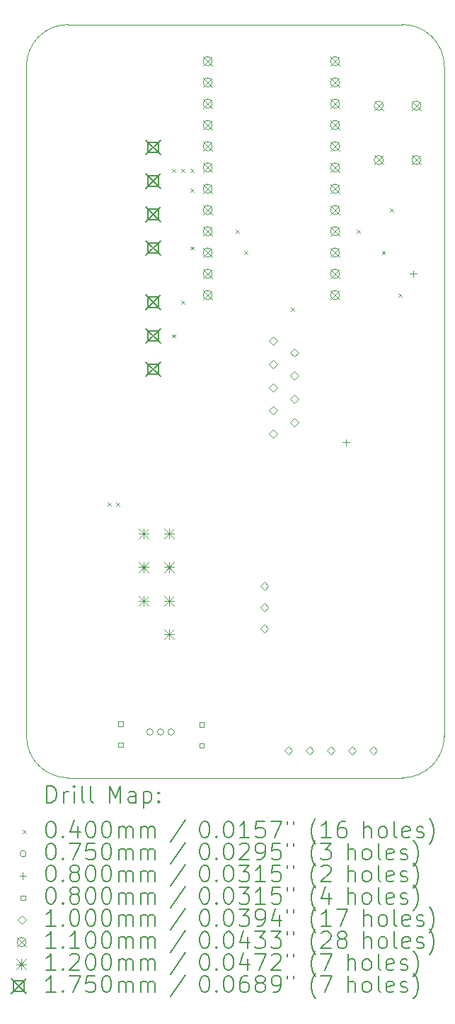
<source format=gbr>
%TF.GenerationSoftware,KiCad,Pcbnew,(7.0.0-0)*%
%TF.CreationDate,2023-05-15T11:59:51-04:00*%
%TF.ProjectId,4dapter,34646170-7465-4722-9e6b-696361645f70,rev?*%
%TF.SameCoordinates,Original*%
%TF.FileFunction,Drillmap*%
%TF.FilePolarity,Positive*%
%FSLAX45Y45*%
G04 Gerber Fmt 4.5, Leading zero omitted, Abs format (unit mm)*
G04 Created by KiCad (PCBNEW (7.0.0-0)) date 2023-05-15 11:59:51*
%MOMM*%
%LPD*%
G01*
G04 APERTURE LIST*
%ADD10C,0.050000*%
%ADD11C,0.200000*%
%ADD12C,0.040000*%
%ADD13C,0.075000*%
%ADD14C,0.080000*%
%ADD15C,0.100000*%
%ADD16C,0.110000*%
%ADD17C,0.120000*%
%ADD18C,0.175000*%
G04 APERTURE END LIST*
D10*
X15000000Y-5500000D02*
X15000000Y-13500000D01*
X10000000Y-5500000D02*
X10000000Y-13500000D01*
X15000000Y-5500000D02*
G75*
G03*
X14500000Y-5000000I-500000J0D01*
G01*
X14500000Y-14000000D02*
X10500000Y-14000000D01*
X10000000Y-13500000D02*
G75*
G03*
X10500000Y-14000000I500000J0D01*
G01*
X10500000Y-5000000D02*
X14500000Y-5000000D01*
X10500000Y-5000000D02*
G75*
G03*
X10000000Y-5500000I0J-500000D01*
G01*
X14500000Y-14000000D02*
G75*
G03*
X15000000Y-13500000I0J500000D01*
G01*
D11*
D12*
X10972273Y-10708960D02*
X11012273Y-10748960D01*
X11012273Y-10708960D02*
X10972273Y-10748960D01*
X11073027Y-10708960D02*
X11113027Y-10748960D01*
X11113027Y-10708960D02*
X11073027Y-10748960D01*
X11740200Y-6726240D02*
X11780200Y-6766240D01*
X11780200Y-6726240D02*
X11740200Y-6766240D01*
X11740200Y-8699440D02*
X11780200Y-8739440D01*
X11780200Y-8699440D02*
X11740200Y-8739440D01*
X11850690Y-6726240D02*
X11890690Y-6766240D01*
X11890690Y-6726240D02*
X11850690Y-6766240D01*
X11850690Y-8299440D02*
X11890690Y-8339440D01*
X11890690Y-8299440D02*
X11850690Y-8339440D01*
X11961180Y-6726240D02*
X12001180Y-6766240D01*
X12001180Y-6726240D02*
X11961180Y-6766240D01*
X11961180Y-6962460D02*
X12001180Y-7002460D01*
X12001180Y-6962460D02*
X11961180Y-7002460D01*
X11961180Y-7649440D02*
X12001180Y-7689440D01*
X12001180Y-7649440D02*
X11961180Y-7689440D01*
X12505680Y-7450140D02*
X12545680Y-7490140D01*
X12545680Y-7450140D02*
X12505680Y-7490140D01*
X12605680Y-7704140D02*
X12645680Y-7744140D01*
X12645680Y-7704140D02*
X12605680Y-7744140D01*
X13163540Y-8381050D02*
X13203540Y-8421050D01*
X13203540Y-8381050D02*
X13163540Y-8421050D01*
X13952540Y-7450140D02*
X13992540Y-7490140D01*
X13992540Y-7450140D02*
X13952540Y-7490140D01*
X14252540Y-7704140D02*
X14292540Y-7744140D01*
X14292540Y-7704140D02*
X14252540Y-7744140D01*
X14352540Y-7196140D02*
X14392540Y-7236140D01*
X14392540Y-7196140D02*
X14352540Y-7236140D01*
X14452540Y-8212140D02*
X14492540Y-8252140D01*
X14492540Y-8212140D02*
X14452540Y-8252140D01*
D13*
X11515220Y-13451940D02*
G75*
G03*
X11515220Y-13451940I-37500J0D01*
G01*
X11642220Y-13451940D02*
G75*
G03*
X11642220Y-13451940I-37500J0D01*
G01*
X11769220Y-13451940D02*
G75*
G03*
X11769220Y-13451940I-37500J0D01*
G01*
D14*
X13824760Y-9952360D02*
X13824760Y-10032360D01*
X13784760Y-9992360D02*
X13864760Y-9992360D01*
X14630400Y-7938140D02*
X14630400Y-8018140D01*
X14590400Y-7978140D02*
X14670400Y-7978140D01*
X11156025Y-13384224D02*
X11156025Y-13327655D01*
X11099456Y-13327655D01*
X11099456Y-13384224D01*
X11156025Y-13384224D01*
X11156025Y-13634224D02*
X11156025Y-13577655D01*
X11099456Y-13577655D01*
X11099456Y-13634224D01*
X11156025Y-13634224D01*
X12126304Y-13391224D02*
X12126304Y-13334655D01*
X12069735Y-13334655D01*
X12069735Y-13391224D01*
X12126304Y-13391224D01*
X12126304Y-13641224D02*
X12126304Y-13584655D01*
X12069735Y-13584655D01*
X12069735Y-13641224D01*
X12126304Y-13641224D01*
D15*
X12846940Y-11759400D02*
X12896940Y-11709400D01*
X12846940Y-11659400D01*
X12796940Y-11709400D01*
X12846940Y-11759400D01*
X12846940Y-12013400D02*
X12896940Y-11963400D01*
X12846940Y-11913400D01*
X12796940Y-11963400D01*
X12846940Y-12013400D01*
X12846940Y-12267400D02*
X12896940Y-12217400D01*
X12846940Y-12167400D01*
X12796940Y-12217400D01*
X12846940Y-12267400D01*
X12954720Y-8831270D02*
X13004720Y-8781270D01*
X12954720Y-8731270D01*
X12904720Y-8781270D01*
X12954720Y-8831270D01*
X12954720Y-9108270D02*
X13004720Y-9058270D01*
X12954720Y-9008270D01*
X12904720Y-9058270D01*
X12954720Y-9108270D01*
X12954720Y-9385270D02*
X13004720Y-9335270D01*
X12954720Y-9285270D01*
X12904720Y-9335270D01*
X12954720Y-9385270D01*
X12954720Y-9662270D02*
X13004720Y-9612270D01*
X12954720Y-9562270D01*
X12904720Y-9612270D01*
X12954720Y-9662270D01*
X12954720Y-9939270D02*
X13004720Y-9889270D01*
X12954720Y-9839270D01*
X12904720Y-9889270D01*
X12954720Y-9939270D01*
X13134340Y-13720280D02*
X13184340Y-13670280D01*
X13134340Y-13620280D01*
X13084340Y-13670280D01*
X13134340Y-13720280D01*
X13208720Y-8969770D02*
X13258720Y-8919770D01*
X13208720Y-8869770D01*
X13158720Y-8919770D01*
X13208720Y-8969770D01*
X13208720Y-9246770D02*
X13258720Y-9196770D01*
X13208720Y-9146770D01*
X13158720Y-9196770D01*
X13208720Y-9246770D01*
X13208720Y-9523770D02*
X13258720Y-9473770D01*
X13208720Y-9423770D01*
X13158720Y-9473770D01*
X13208720Y-9523770D01*
X13208720Y-9800770D02*
X13258720Y-9750770D01*
X13208720Y-9700770D01*
X13158720Y-9750770D01*
X13208720Y-9800770D01*
X13388340Y-13720280D02*
X13438340Y-13670280D01*
X13388340Y-13620280D01*
X13338340Y-13670280D01*
X13388340Y-13720280D01*
X13642340Y-13720280D02*
X13692340Y-13670280D01*
X13642340Y-13620280D01*
X13592340Y-13670280D01*
X13642340Y-13720280D01*
X13896340Y-13720280D02*
X13946340Y-13670280D01*
X13896340Y-13620280D01*
X13846340Y-13670280D01*
X13896340Y-13720280D01*
X14150340Y-13720280D02*
X14200340Y-13670280D01*
X14150340Y-13620280D01*
X14100340Y-13670280D01*
X14150340Y-13720280D01*
D16*
X12114140Y-5383140D02*
X12224140Y-5493140D01*
X12224140Y-5383140D02*
X12114140Y-5493140D01*
X12224140Y-5438140D02*
G75*
G03*
X12224140Y-5438140I-55000J0D01*
G01*
X12114140Y-5637140D02*
X12224140Y-5747140D01*
X12224140Y-5637140D02*
X12114140Y-5747140D01*
X12224140Y-5692140D02*
G75*
G03*
X12224140Y-5692140I-55000J0D01*
G01*
X12114140Y-5891140D02*
X12224140Y-6001140D01*
X12224140Y-5891140D02*
X12114140Y-6001140D01*
X12224140Y-5946140D02*
G75*
G03*
X12224140Y-5946140I-55000J0D01*
G01*
X12114140Y-6145140D02*
X12224140Y-6255140D01*
X12224140Y-6145140D02*
X12114140Y-6255140D01*
X12224140Y-6200140D02*
G75*
G03*
X12224140Y-6200140I-55000J0D01*
G01*
X12114140Y-6399140D02*
X12224140Y-6509140D01*
X12224140Y-6399140D02*
X12114140Y-6509140D01*
X12224140Y-6454140D02*
G75*
G03*
X12224140Y-6454140I-55000J0D01*
G01*
X12114140Y-6653140D02*
X12224140Y-6763140D01*
X12224140Y-6653140D02*
X12114140Y-6763140D01*
X12224140Y-6708140D02*
G75*
G03*
X12224140Y-6708140I-55000J0D01*
G01*
X12114140Y-6907140D02*
X12224140Y-7017140D01*
X12224140Y-6907140D02*
X12114140Y-7017140D01*
X12224140Y-6962140D02*
G75*
G03*
X12224140Y-6962140I-55000J0D01*
G01*
X12114140Y-7161140D02*
X12224140Y-7271140D01*
X12224140Y-7161140D02*
X12114140Y-7271140D01*
X12224140Y-7216140D02*
G75*
G03*
X12224140Y-7216140I-55000J0D01*
G01*
X12114140Y-7415140D02*
X12224140Y-7525140D01*
X12224140Y-7415140D02*
X12114140Y-7525140D01*
X12224140Y-7470140D02*
G75*
G03*
X12224140Y-7470140I-55000J0D01*
G01*
X12114140Y-7669140D02*
X12224140Y-7779140D01*
X12224140Y-7669140D02*
X12114140Y-7779140D01*
X12224140Y-7724140D02*
G75*
G03*
X12224140Y-7724140I-55000J0D01*
G01*
X12114140Y-7923140D02*
X12224140Y-8033140D01*
X12224140Y-7923140D02*
X12114140Y-8033140D01*
X12224140Y-7978140D02*
G75*
G03*
X12224140Y-7978140I-55000J0D01*
G01*
X12114140Y-8177140D02*
X12224140Y-8287140D01*
X12224140Y-8177140D02*
X12114140Y-8287140D01*
X12224140Y-8232140D02*
G75*
G03*
X12224140Y-8232140I-55000J0D01*
G01*
X13638140Y-5383140D02*
X13748140Y-5493140D01*
X13748140Y-5383140D02*
X13638140Y-5493140D01*
X13748140Y-5438140D02*
G75*
G03*
X13748140Y-5438140I-55000J0D01*
G01*
X13638140Y-5637140D02*
X13748140Y-5747140D01*
X13748140Y-5637140D02*
X13638140Y-5747140D01*
X13748140Y-5692140D02*
G75*
G03*
X13748140Y-5692140I-55000J0D01*
G01*
X13638140Y-5891140D02*
X13748140Y-6001140D01*
X13748140Y-5891140D02*
X13638140Y-6001140D01*
X13748140Y-5946140D02*
G75*
G03*
X13748140Y-5946140I-55000J0D01*
G01*
X13638140Y-6145140D02*
X13748140Y-6255140D01*
X13748140Y-6145140D02*
X13638140Y-6255140D01*
X13748140Y-6200140D02*
G75*
G03*
X13748140Y-6200140I-55000J0D01*
G01*
X13638140Y-6399140D02*
X13748140Y-6509140D01*
X13748140Y-6399140D02*
X13638140Y-6509140D01*
X13748140Y-6454140D02*
G75*
G03*
X13748140Y-6454140I-55000J0D01*
G01*
X13638140Y-6653140D02*
X13748140Y-6763140D01*
X13748140Y-6653140D02*
X13638140Y-6763140D01*
X13748140Y-6708140D02*
G75*
G03*
X13748140Y-6708140I-55000J0D01*
G01*
X13638140Y-6907140D02*
X13748140Y-7017140D01*
X13748140Y-6907140D02*
X13638140Y-7017140D01*
X13748140Y-6962140D02*
G75*
G03*
X13748140Y-6962140I-55000J0D01*
G01*
X13638140Y-7161140D02*
X13748140Y-7271140D01*
X13748140Y-7161140D02*
X13638140Y-7271140D01*
X13748140Y-7216140D02*
G75*
G03*
X13748140Y-7216140I-55000J0D01*
G01*
X13638140Y-7415140D02*
X13748140Y-7525140D01*
X13748140Y-7415140D02*
X13638140Y-7525140D01*
X13748140Y-7470140D02*
G75*
G03*
X13748140Y-7470140I-55000J0D01*
G01*
X13638140Y-7669140D02*
X13748140Y-7779140D01*
X13748140Y-7669140D02*
X13638140Y-7779140D01*
X13748140Y-7724140D02*
G75*
G03*
X13748140Y-7724140I-55000J0D01*
G01*
X13638140Y-7923140D02*
X13748140Y-8033140D01*
X13748140Y-7923140D02*
X13638140Y-8033140D01*
X13748140Y-7978140D02*
G75*
G03*
X13748140Y-7978140I-55000J0D01*
G01*
X13638140Y-8177140D02*
X13748140Y-8287140D01*
X13748140Y-8177140D02*
X13638140Y-8287140D01*
X13748140Y-8232140D02*
G75*
G03*
X13748140Y-8232140I-55000J0D01*
G01*
X14160960Y-5914240D02*
X14270960Y-6024240D01*
X14270960Y-5914240D02*
X14160960Y-6024240D01*
X14270960Y-5969240D02*
G75*
G03*
X14270960Y-5969240I-55000J0D01*
G01*
X14160960Y-6564240D02*
X14270960Y-6674240D01*
X14270960Y-6564240D02*
X14160960Y-6674240D01*
X14270960Y-6619240D02*
G75*
G03*
X14270960Y-6619240I-55000J0D01*
G01*
X14610960Y-5914240D02*
X14720960Y-6024240D01*
X14720960Y-5914240D02*
X14610960Y-6024240D01*
X14720960Y-5969240D02*
G75*
G03*
X14720960Y-5969240I-55000J0D01*
G01*
X14610960Y-6564240D02*
X14720960Y-6674240D01*
X14720960Y-6564240D02*
X14610960Y-6674240D01*
X14720960Y-6619240D02*
G75*
G03*
X14720960Y-6619240I-55000J0D01*
G01*
D17*
X11344320Y-11024560D02*
X11464320Y-11144560D01*
X11464320Y-11024560D02*
X11344320Y-11144560D01*
X11404320Y-11024560D02*
X11404320Y-11144560D01*
X11344320Y-11084560D02*
X11464320Y-11084560D01*
X11344320Y-11424560D02*
X11464320Y-11544560D01*
X11464320Y-11424560D02*
X11344320Y-11544560D01*
X11404320Y-11424560D02*
X11404320Y-11544560D01*
X11344320Y-11484560D02*
X11464320Y-11484560D01*
X11344320Y-11824560D02*
X11464320Y-11944560D01*
X11464320Y-11824560D02*
X11344320Y-11944560D01*
X11404320Y-11824560D02*
X11404320Y-11944560D01*
X11344320Y-11884560D02*
X11464320Y-11884560D01*
X11644320Y-11024560D02*
X11764320Y-11144560D01*
X11764320Y-11024560D02*
X11644320Y-11144560D01*
X11704320Y-11024560D02*
X11704320Y-11144560D01*
X11644320Y-11084560D02*
X11764320Y-11084560D01*
X11644320Y-11424560D02*
X11764320Y-11544560D01*
X11764320Y-11424560D02*
X11644320Y-11544560D01*
X11704320Y-11424560D02*
X11704320Y-11544560D01*
X11644320Y-11484560D02*
X11764320Y-11484560D01*
X11644320Y-11824560D02*
X11764320Y-11944560D01*
X11764320Y-11824560D02*
X11644320Y-11944560D01*
X11704320Y-11824560D02*
X11704320Y-11944560D01*
X11644320Y-11884560D02*
X11764320Y-11884560D01*
X11644320Y-12224560D02*
X11764320Y-12344560D01*
X11764320Y-12224560D02*
X11644320Y-12344560D01*
X11704320Y-12224560D02*
X11704320Y-12344560D01*
X11644320Y-12284560D02*
X11764320Y-12284560D01*
D18*
X11428120Y-6381940D02*
X11603120Y-6556940D01*
X11603120Y-6381940D02*
X11428120Y-6556940D01*
X11577492Y-6531312D02*
X11577492Y-6407568D01*
X11453748Y-6407568D01*
X11453748Y-6531312D01*
X11577492Y-6531312D01*
X11428120Y-6781940D02*
X11603120Y-6956940D01*
X11603120Y-6781940D02*
X11428120Y-6956940D01*
X11577492Y-6931312D02*
X11577492Y-6807568D01*
X11453748Y-6807568D01*
X11453748Y-6931312D01*
X11577492Y-6931312D01*
X11428120Y-7181940D02*
X11603120Y-7356940D01*
X11603120Y-7181940D02*
X11428120Y-7356940D01*
X11577492Y-7331312D02*
X11577492Y-7207568D01*
X11453748Y-7207568D01*
X11453748Y-7331312D01*
X11577492Y-7331312D01*
X11428120Y-7581940D02*
X11603120Y-7756940D01*
X11603120Y-7581940D02*
X11428120Y-7756940D01*
X11577492Y-7731312D02*
X11577492Y-7607568D01*
X11453748Y-7607568D01*
X11453748Y-7731312D01*
X11577492Y-7731312D01*
X11428120Y-8231940D02*
X11603120Y-8406940D01*
X11603120Y-8231940D02*
X11428120Y-8406940D01*
X11577492Y-8381312D02*
X11577492Y-8257568D01*
X11453748Y-8257568D01*
X11453748Y-8381312D01*
X11577492Y-8381312D01*
X11428120Y-8631940D02*
X11603120Y-8806940D01*
X11603120Y-8631940D02*
X11428120Y-8806940D01*
X11577492Y-8781312D02*
X11577492Y-8657568D01*
X11453748Y-8657568D01*
X11453748Y-8781312D01*
X11577492Y-8781312D01*
X11428120Y-9031940D02*
X11603120Y-9206940D01*
X11603120Y-9031940D02*
X11428120Y-9206940D01*
X11577492Y-9181312D02*
X11577492Y-9057568D01*
X11453748Y-9057568D01*
X11453748Y-9181312D01*
X11577492Y-9181312D01*
D11*
X10245119Y-14295976D02*
X10245119Y-14095976D01*
X10245119Y-14095976D02*
X10292738Y-14095976D01*
X10292738Y-14095976D02*
X10321310Y-14105500D01*
X10321310Y-14105500D02*
X10340357Y-14124548D01*
X10340357Y-14124548D02*
X10349881Y-14143595D01*
X10349881Y-14143595D02*
X10359405Y-14181690D01*
X10359405Y-14181690D02*
X10359405Y-14210262D01*
X10359405Y-14210262D02*
X10349881Y-14248357D01*
X10349881Y-14248357D02*
X10340357Y-14267405D01*
X10340357Y-14267405D02*
X10321310Y-14286452D01*
X10321310Y-14286452D02*
X10292738Y-14295976D01*
X10292738Y-14295976D02*
X10245119Y-14295976D01*
X10445119Y-14295976D02*
X10445119Y-14162643D01*
X10445119Y-14200738D02*
X10454643Y-14181690D01*
X10454643Y-14181690D02*
X10464167Y-14172167D01*
X10464167Y-14172167D02*
X10483214Y-14162643D01*
X10483214Y-14162643D02*
X10502262Y-14162643D01*
X10568929Y-14295976D02*
X10568929Y-14162643D01*
X10568929Y-14095976D02*
X10559405Y-14105500D01*
X10559405Y-14105500D02*
X10568929Y-14115024D01*
X10568929Y-14115024D02*
X10578452Y-14105500D01*
X10578452Y-14105500D02*
X10568929Y-14095976D01*
X10568929Y-14095976D02*
X10568929Y-14115024D01*
X10692738Y-14295976D02*
X10673690Y-14286452D01*
X10673690Y-14286452D02*
X10664167Y-14267405D01*
X10664167Y-14267405D02*
X10664167Y-14095976D01*
X10797500Y-14295976D02*
X10778452Y-14286452D01*
X10778452Y-14286452D02*
X10768929Y-14267405D01*
X10768929Y-14267405D02*
X10768929Y-14095976D01*
X10993690Y-14295976D02*
X10993690Y-14095976D01*
X10993690Y-14095976D02*
X11060357Y-14238833D01*
X11060357Y-14238833D02*
X11127024Y-14095976D01*
X11127024Y-14095976D02*
X11127024Y-14295976D01*
X11307976Y-14295976D02*
X11307976Y-14191214D01*
X11307976Y-14191214D02*
X11298452Y-14172167D01*
X11298452Y-14172167D02*
X11279405Y-14162643D01*
X11279405Y-14162643D02*
X11241309Y-14162643D01*
X11241309Y-14162643D02*
X11222262Y-14172167D01*
X11307976Y-14286452D02*
X11288928Y-14295976D01*
X11288928Y-14295976D02*
X11241309Y-14295976D01*
X11241309Y-14295976D02*
X11222262Y-14286452D01*
X11222262Y-14286452D02*
X11212738Y-14267405D01*
X11212738Y-14267405D02*
X11212738Y-14248357D01*
X11212738Y-14248357D02*
X11222262Y-14229309D01*
X11222262Y-14229309D02*
X11241309Y-14219786D01*
X11241309Y-14219786D02*
X11288928Y-14219786D01*
X11288928Y-14219786D02*
X11307976Y-14210262D01*
X11403214Y-14162643D02*
X11403214Y-14362643D01*
X11403214Y-14172167D02*
X11422262Y-14162643D01*
X11422262Y-14162643D02*
X11460357Y-14162643D01*
X11460357Y-14162643D02*
X11479405Y-14172167D01*
X11479405Y-14172167D02*
X11488928Y-14181690D01*
X11488928Y-14181690D02*
X11498452Y-14200738D01*
X11498452Y-14200738D02*
X11498452Y-14257881D01*
X11498452Y-14257881D02*
X11488928Y-14276928D01*
X11488928Y-14276928D02*
X11479405Y-14286452D01*
X11479405Y-14286452D02*
X11460357Y-14295976D01*
X11460357Y-14295976D02*
X11422262Y-14295976D01*
X11422262Y-14295976D02*
X11403214Y-14286452D01*
X11584167Y-14276928D02*
X11593690Y-14286452D01*
X11593690Y-14286452D02*
X11584167Y-14295976D01*
X11584167Y-14295976D02*
X11574643Y-14286452D01*
X11574643Y-14286452D02*
X11584167Y-14276928D01*
X11584167Y-14276928D02*
X11584167Y-14295976D01*
X11584167Y-14172167D02*
X11593690Y-14181690D01*
X11593690Y-14181690D02*
X11584167Y-14191214D01*
X11584167Y-14191214D02*
X11574643Y-14181690D01*
X11574643Y-14181690D02*
X11584167Y-14172167D01*
X11584167Y-14172167D02*
X11584167Y-14191214D01*
D12*
X9957500Y-14622500D02*
X9997500Y-14662500D01*
X9997500Y-14622500D02*
X9957500Y-14662500D01*
D11*
X10283214Y-14515976D02*
X10302262Y-14515976D01*
X10302262Y-14515976D02*
X10321310Y-14525500D01*
X10321310Y-14525500D02*
X10330833Y-14535024D01*
X10330833Y-14535024D02*
X10340357Y-14554071D01*
X10340357Y-14554071D02*
X10349881Y-14592167D01*
X10349881Y-14592167D02*
X10349881Y-14639786D01*
X10349881Y-14639786D02*
X10340357Y-14677881D01*
X10340357Y-14677881D02*
X10330833Y-14696928D01*
X10330833Y-14696928D02*
X10321310Y-14706452D01*
X10321310Y-14706452D02*
X10302262Y-14715976D01*
X10302262Y-14715976D02*
X10283214Y-14715976D01*
X10283214Y-14715976D02*
X10264167Y-14706452D01*
X10264167Y-14706452D02*
X10254643Y-14696928D01*
X10254643Y-14696928D02*
X10245119Y-14677881D01*
X10245119Y-14677881D02*
X10235595Y-14639786D01*
X10235595Y-14639786D02*
X10235595Y-14592167D01*
X10235595Y-14592167D02*
X10245119Y-14554071D01*
X10245119Y-14554071D02*
X10254643Y-14535024D01*
X10254643Y-14535024D02*
X10264167Y-14525500D01*
X10264167Y-14525500D02*
X10283214Y-14515976D01*
X10435595Y-14696928D02*
X10445119Y-14706452D01*
X10445119Y-14706452D02*
X10435595Y-14715976D01*
X10435595Y-14715976D02*
X10426071Y-14706452D01*
X10426071Y-14706452D02*
X10435595Y-14696928D01*
X10435595Y-14696928D02*
X10435595Y-14715976D01*
X10616548Y-14582643D02*
X10616548Y-14715976D01*
X10568929Y-14506452D02*
X10521310Y-14649309D01*
X10521310Y-14649309D02*
X10645119Y-14649309D01*
X10759405Y-14515976D02*
X10778452Y-14515976D01*
X10778452Y-14515976D02*
X10797500Y-14525500D01*
X10797500Y-14525500D02*
X10807024Y-14535024D01*
X10807024Y-14535024D02*
X10816548Y-14554071D01*
X10816548Y-14554071D02*
X10826071Y-14592167D01*
X10826071Y-14592167D02*
X10826071Y-14639786D01*
X10826071Y-14639786D02*
X10816548Y-14677881D01*
X10816548Y-14677881D02*
X10807024Y-14696928D01*
X10807024Y-14696928D02*
X10797500Y-14706452D01*
X10797500Y-14706452D02*
X10778452Y-14715976D01*
X10778452Y-14715976D02*
X10759405Y-14715976D01*
X10759405Y-14715976D02*
X10740357Y-14706452D01*
X10740357Y-14706452D02*
X10730833Y-14696928D01*
X10730833Y-14696928D02*
X10721310Y-14677881D01*
X10721310Y-14677881D02*
X10711786Y-14639786D01*
X10711786Y-14639786D02*
X10711786Y-14592167D01*
X10711786Y-14592167D02*
X10721310Y-14554071D01*
X10721310Y-14554071D02*
X10730833Y-14535024D01*
X10730833Y-14535024D02*
X10740357Y-14525500D01*
X10740357Y-14525500D02*
X10759405Y-14515976D01*
X10949881Y-14515976D02*
X10968929Y-14515976D01*
X10968929Y-14515976D02*
X10987976Y-14525500D01*
X10987976Y-14525500D02*
X10997500Y-14535024D01*
X10997500Y-14535024D02*
X11007024Y-14554071D01*
X11007024Y-14554071D02*
X11016548Y-14592167D01*
X11016548Y-14592167D02*
X11016548Y-14639786D01*
X11016548Y-14639786D02*
X11007024Y-14677881D01*
X11007024Y-14677881D02*
X10997500Y-14696928D01*
X10997500Y-14696928D02*
X10987976Y-14706452D01*
X10987976Y-14706452D02*
X10968929Y-14715976D01*
X10968929Y-14715976D02*
X10949881Y-14715976D01*
X10949881Y-14715976D02*
X10930833Y-14706452D01*
X10930833Y-14706452D02*
X10921310Y-14696928D01*
X10921310Y-14696928D02*
X10911786Y-14677881D01*
X10911786Y-14677881D02*
X10902262Y-14639786D01*
X10902262Y-14639786D02*
X10902262Y-14592167D01*
X10902262Y-14592167D02*
X10911786Y-14554071D01*
X10911786Y-14554071D02*
X10921310Y-14535024D01*
X10921310Y-14535024D02*
X10930833Y-14525500D01*
X10930833Y-14525500D02*
X10949881Y-14515976D01*
X11102262Y-14715976D02*
X11102262Y-14582643D01*
X11102262Y-14601690D02*
X11111786Y-14592167D01*
X11111786Y-14592167D02*
X11130833Y-14582643D01*
X11130833Y-14582643D02*
X11159405Y-14582643D01*
X11159405Y-14582643D02*
X11178452Y-14592167D01*
X11178452Y-14592167D02*
X11187976Y-14611214D01*
X11187976Y-14611214D02*
X11187976Y-14715976D01*
X11187976Y-14611214D02*
X11197500Y-14592167D01*
X11197500Y-14592167D02*
X11216548Y-14582643D01*
X11216548Y-14582643D02*
X11245119Y-14582643D01*
X11245119Y-14582643D02*
X11264167Y-14592167D01*
X11264167Y-14592167D02*
X11273690Y-14611214D01*
X11273690Y-14611214D02*
X11273690Y-14715976D01*
X11368929Y-14715976D02*
X11368929Y-14582643D01*
X11368929Y-14601690D02*
X11378452Y-14592167D01*
X11378452Y-14592167D02*
X11397500Y-14582643D01*
X11397500Y-14582643D02*
X11426071Y-14582643D01*
X11426071Y-14582643D02*
X11445119Y-14592167D01*
X11445119Y-14592167D02*
X11454643Y-14611214D01*
X11454643Y-14611214D02*
X11454643Y-14715976D01*
X11454643Y-14611214D02*
X11464167Y-14592167D01*
X11464167Y-14592167D02*
X11483214Y-14582643D01*
X11483214Y-14582643D02*
X11511786Y-14582643D01*
X11511786Y-14582643D02*
X11530833Y-14592167D01*
X11530833Y-14592167D02*
X11540357Y-14611214D01*
X11540357Y-14611214D02*
X11540357Y-14715976D01*
X11898452Y-14506452D02*
X11727024Y-14763595D01*
X12123214Y-14515976D02*
X12142262Y-14515976D01*
X12142262Y-14515976D02*
X12161310Y-14525500D01*
X12161310Y-14525500D02*
X12170833Y-14535024D01*
X12170833Y-14535024D02*
X12180357Y-14554071D01*
X12180357Y-14554071D02*
X12189881Y-14592167D01*
X12189881Y-14592167D02*
X12189881Y-14639786D01*
X12189881Y-14639786D02*
X12180357Y-14677881D01*
X12180357Y-14677881D02*
X12170833Y-14696928D01*
X12170833Y-14696928D02*
X12161310Y-14706452D01*
X12161310Y-14706452D02*
X12142262Y-14715976D01*
X12142262Y-14715976D02*
X12123214Y-14715976D01*
X12123214Y-14715976D02*
X12104167Y-14706452D01*
X12104167Y-14706452D02*
X12094643Y-14696928D01*
X12094643Y-14696928D02*
X12085119Y-14677881D01*
X12085119Y-14677881D02*
X12075595Y-14639786D01*
X12075595Y-14639786D02*
X12075595Y-14592167D01*
X12075595Y-14592167D02*
X12085119Y-14554071D01*
X12085119Y-14554071D02*
X12094643Y-14535024D01*
X12094643Y-14535024D02*
X12104167Y-14525500D01*
X12104167Y-14525500D02*
X12123214Y-14515976D01*
X12275595Y-14696928D02*
X12285119Y-14706452D01*
X12285119Y-14706452D02*
X12275595Y-14715976D01*
X12275595Y-14715976D02*
X12266071Y-14706452D01*
X12266071Y-14706452D02*
X12275595Y-14696928D01*
X12275595Y-14696928D02*
X12275595Y-14715976D01*
X12408929Y-14515976D02*
X12427976Y-14515976D01*
X12427976Y-14515976D02*
X12447024Y-14525500D01*
X12447024Y-14525500D02*
X12456548Y-14535024D01*
X12456548Y-14535024D02*
X12466071Y-14554071D01*
X12466071Y-14554071D02*
X12475595Y-14592167D01*
X12475595Y-14592167D02*
X12475595Y-14639786D01*
X12475595Y-14639786D02*
X12466071Y-14677881D01*
X12466071Y-14677881D02*
X12456548Y-14696928D01*
X12456548Y-14696928D02*
X12447024Y-14706452D01*
X12447024Y-14706452D02*
X12427976Y-14715976D01*
X12427976Y-14715976D02*
X12408929Y-14715976D01*
X12408929Y-14715976D02*
X12389881Y-14706452D01*
X12389881Y-14706452D02*
X12380357Y-14696928D01*
X12380357Y-14696928D02*
X12370833Y-14677881D01*
X12370833Y-14677881D02*
X12361310Y-14639786D01*
X12361310Y-14639786D02*
X12361310Y-14592167D01*
X12361310Y-14592167D02*
X12370833Y-14554071D01*
X12370833Y-14554071D02*
X12380357Y-14535024D01*
X12380357Y-14535024D02*
X12389881Y-14525500D01*
X12389881Y-14525500D02*
X12408929Y-14515976D01*
X12666071Y-14715976D02*
X12551786Y-14715976D01*
X12608929Y-14715976D02*
X12608929Y-14515976D01*
X12608929Y-14515976D02*
X12589881Y-14544548D01*
X12589881Y-14544548D02*
X12570833Y-14563595D01*
X12570833Y-14563595D02*
X12551786Y-14573119D01*
X12847024Y-14515976D02*
X12751786Y-14515976D01*
X12751786Y-14515976D02*
X12742262Y-14611214D01*
X12742262Y-14611214D02*
X12751786Y-14601690D01*
X12751786Y-14601690D02*
X12770833Y-14592167D01*
X12770833Y-14592167D02*
X12818452Y-14592167D01*
X12818452Y-14592167D02*
X12837500Y-14601690D01*
X12837500Y-14601690D02*
X12847024Y-14611214D01*
X12847024Y-14611214D02*
X12856548Y-14630262D01*
X12856548Y-14630262D02*
X12856548Y-14677881D01*
X12856548Y-14677881D02*
X12847024Y-14696928D01*
X12847024Y-14696928D02*
X12837500Y-14706452D01*
X12837500Y-14706452D02*
X12818452Y-14715976D01*
X12818452Y-14715976D02*
X12770833Y-14715976D01*
X12770833Y-14715976D02*
X12751786Y-14706452D01*
X12751786Y-14706452D02*
X12742262Y-14696928D01*
X12923214Y-14515976D02*
X13056548Y-14515976D01*
X13056548Y-14515976D02*
X12970833Y-14715976D01*
X13123214Y-14515976D02*
X13123214Y-14554071D01*
X13199405Y-14515976D02*
X13199405Y-14554071D01*
X13462262Y-14792167D02*
X13452738Y-14782643D01*
X13452738Y-14782643D02*
X13433691Y-14754071D01*
X13433691Y-14754071D02*
X13424167Y-14735024D01*
X13424167Y-14735024D02*
X13414643Y-14706452D01*
X13414643Y-14706452D02*
X13405119Y-14658833D01*
X13405119Y-14658833D02*
X13405119Y-14620738D01*
X13405119Y-14620738D02*
X13414643Y-14573119D01*
X13414643Y-14573119D02*
X13424167Y-14544548D01*
X13424167Y-14544548D02*
X13433691Y-14525500D01*
X13433691Y-14525500D02*
X13452738Y-14496928D01*
X13452738Y-14496928D02*
X13462262Y-14487405D01*
X13643214Y-14715976D02*
X13528929Y-14715976D01*
X13586071Y-14715976D02*
X13586071Y-14515976D01*
X13586071Y-14515976D02*
X13567024Y-14544548D01*
X13567024Y-14544548D02*
X13547976Y-14563595D01*
X13547976Y-14563595D02*
X13528929Y-14573119D01*
X13814643Y-14515976D02*
X13776548Y-14515976D01*
X13776548Y-14515976D02*
X13757500Y-14525500D01*
X13757500Y-14525500D02*
X13747976Y-14535024D01*
X13747976Y-14535024D02*
X13728929Y-14563595D01*
X13728929Y-14563595D02*
X13719405Y-14601690D01*
X13719405Y-14601690D02*
X13719405Y-14677881D01*
X13719405Y-14677881D02*
X13728929Y-14696928D01*
X13728929Y-14696928D02*
X13738452Y-14706452D01*
X13738452Y-14706452D02*
X13757500Y-14715976D01*
X13757500Y-14715976D02*
X13795595Y-14715976D01*
X13795595Y-14715976D02*
X13814643Y-14706452D01*
X13814643Y-14706452D02*
X13824167Y-14696928D01*
X13824167Y-14696928D02*
X13833691Y-14677881D01*
X13833691Y-14677881D02*
X13833691Y-14630262D01*
X13833691Y-14630262D02*
X13824167Y-14611214D01*
X13824167Y-14611214D02*
X13814643Y-14601690D01*
X13814643Y-14601690D02*
X13795595Y-14592167D01*
X13795595Y-14592167D02*
X13757500Y-14592167D01*
X13757500Y-14592167D02*
X13738452Y-14601690D01*
X13738452Y-14601690D02*
X13728929Y-14611214D01*
X13728929Y-14611214D02*
X13719405Y-14630262D01*
X14039405Y-14715976D02*
X14039405Y-14515976D01*
X14125119Y-14715976D02*
X14125119Y-14611214D01*
X14125119Y-14611214D02*
X14115595Y-14592167D01*
X14115595Y-14592167D02*
X14096548Y-14582643D01*
X14096548Y-14582643D02*
X14067976Y-14582643D01*
X14067976Y-14582643D02*
X14048929Y-14592167D01*
X14048929Y-14592167D02*
X14039405Y-14601690D01*
X14248929Y-14715976D02*
X14229881Y-14706452D01*
X14229881Y-14706452D02*
X14220357Y-14696928D01*
X14220357Y-14696928D02*
X14210833Y-14677881D01*
X14210833Y-14677881D02*
X14210833Y-14620738D01*
X14210833Y-14620738D02*
X14220357Y-14601690D01*
X14220357Y-14601690D02*
X14229881Y-14592167D01*
X14229881Y-14592167D02*
X14248929Y-14582643D01*
X14248929Y-14582643D02*
X14277500Y-14582643D01*
X14277500Y-14582643D02*
X14296548Y-14592167D01*
X14296548Y-14592167D02*
X14306072Y-14601690D01*
X14306072Y-14601690D02*
X14315595Y-14620738D01*
X14315595Y-14620738D02*
X14315595Y-14677881D01*
X14315595Y-14677881D02*
X14306072Y-14696928D01*
X14306072Y-14696928D02*
X14296548Y-14706452D01*
X14296548Y-14706452D02*
X14277500Y-14715976D01*
X14277500Y-14715976D02*
X14248929Y-14715976D01*
X14429881Y-14715976D02*
X14410833Y-14706452D01*
X14410833Y-14706452D02*
X14401310Y-14687405D01*
X14401310Y-14687405D02*
X14401310Y-14515976D01*
X14582262Y-14706452D02*
X14563214Y-14715976D01*
X14563214Y-14715976D02*
X14525119Y-14715976D01*
X14525119Y-14715976D02*
X14506072Y-14706452D01*
X14506072Y-14706452D02*
X14496548Y-14687405D01*
X14496548Y-14687405D02*
X14496548Y-14611214D01*
X14496548Y-14611214D02*
X14506072Y-14592167D01*
X14506072Y-14592167D02*
X14525119Y-14582643D01*
X14525119Y-14582643D02*
X14563214Y-14582643D01*
X14563214Y-14582643D02*
X14582262Y-14592167D01*
X14582262Y-14592167D02*
X14591786Y-14611214D01*
X14591786Y-14611214D02*
X14591786Y-14630262D01*
X14591786Y-14630262D02*
X14496548Y-14649309D01*
X14667976Y-14706452D02*
X14687024Y-14715976D01*
X14687024Y-14715976D02*
X14725119Y-14715976D01*
X14725119Y-14715976D02*
X14744167Y-14706452D01*
X14744167Y-14706452D02*
X14753691Y-14687405D01*
X14753691Y-14687405D02*
X14753691Y-14677881D01*
X14753691Y-14677881D02*
X14744167Y-14658833D01*
X14744167Y-14658833D02*
X14725119Y-14649309D01*
X14725119Y-14649309D02*
X14696548Y-14649309D01*
X14696548Y-14649309D02*
X14677500Y-14639786D01*
X14677500Y-14639786D02*
X14667976Y-14620738D01*
X14667976Y-14620738D02*
X14667976Y-14611214D01*
X14667976Y-14611214D02*
X14677500Y-14592167D01*
X14677500Y-14592167D02*
X14696548Y-14582643D01*
X14696548Y-14582643D02*
X14725119Y-14582643D01*
X14725119Y-14582643D02*
X14744167Y-14592167D01*
X14820357Y-14792167D02*
X14829881Y-14782643D01*
X14829881Y-14782643D02*
X14848929Y-14754071D01*
X14848929Y-14754071D02*
X14858453Y-14735024D01*
X14858453Y-14735024D02*
X14867976Y-14706452D01*
X14867976Y-14706452D02*
X14877500Y-14658833D01*
X14877500Y-14658833D02*
X14877500Y-14620738D01*
X14877500Y-14620738D02*
X14867976Y-14573119D01*
X14867976Y-14573119D02*
X14858453Y-14544548D01*
X14858453Y-14544548D02*
X14848929Y-14525500D01*
X14848929Y-14525500D02*
X14829881Y-14496928D01*
X14829881Y-14496928D02*
X14820357Y-14487405D01*
D13*
X9997500Y-14906500D02*
G75*
G03*
X9997500Y-14906500I-37500J0D01*
G01*
D11*
X10283214Y-14779976D02*
X10302262Y-14779976D01*
X10302262Y-14779976D02*
X10321310Y-14789500D01*
X10321310Y-14789500D02*
X10330833Y-14799024D01*
X10330833Y-14799024D02*
X10340357Y-14818071D01*
X10340357Y-14818071D02*
X10349881Y-14856167D01*
X10349881Y-14856167D02*
X10349881Y-14903786D01*
X10349881Y-14903786D02*
X10340357Y-14941881D01*
X10340357Y-14941881D02*
X10330833Y-14960928D01*
X10330833Y-14960928D02*
X10321310Y-14970452D01*
X10321310Y-14970452D02*
X10302262Y-14979976D01*
X10302262Y-14979976D02*
X10283214Y-14979976D01*
X10283214Y-14979976D02*
X10264167Y-14970452D01*
X10264167Y-14970452D02*
X10254643Y-14960928D01*
X10254643Y-14960928D02*
X10245119Y-14941881D01*
X10245119Y-14941881D02*
X10235595Y-14903786D01*
X10235595Y-14903786D02*
X10235595Y-14856167D01*
X10235595Y-14856167D02*
X10245119Y-14818071D01*
X10245119Y-14818071D02*
X10254643Y-14799024D01*
X10254643Y-14799024D02*
X10264167Y-14789500D01*
X10264167Y-14789500D02*
X10283214Y-14779976D01*
X10435595Y-14960928D02*
X10445119Y-14970452D01*
X10445119Y-14970452D02*
X10435595Y-14979976D01*
X10435595Y-14979976D02*
X10426071Y-14970452D01*
X10426071Y-14970452D02*
X10435595Y-14960928D01*
X10435595Y-14960928D02*
X10435595Y-14979976D01*
X10511786Y-14779976D02*
X10645119Y-14779976D01*
X10645119Y-14779976D02*
X10559405Y-14979976D01*
X10816548Y-14779976D02*
X10721310Y-14779976D01*
X10721310Y-14779976D02*
X10711786Y-14875214D01*
X10711786Y-14875214D02*
X10721310Y-14865690D01*
X10721310Y-14865690D02*
X10740357Y-14856167D01*
X10740357Y-14856167D02*
X10787976Y-14856167D01*
X10787976Y-14856167D02*
X10807024Y-14865690D01*
X10807024Y-14865690D02*
X10816548Y-14875214D01*
X10816548Y-14875214D02*
X10826071Y-14894262D01*
X10826071Y-14894262D02*
X10826071Y-14941881D01*
X10826071Y-14941881D02*
X10816548Y-14960928D01*
X10816548Y-14960928D02*
X10807024Y-14970452D01*
X10807024Y-14970452D02*
X10787976Y-14979976D01*
X10787976Y-14979976D02*
X10740357Y-14979976D01*
X10740357Y-14979976D02*
X10721310Y-14970452D01*
X10721310Y-14970452D02*
X10711786Y-14960928D01*
X10949881Y-14779976D02*
X10968929Y-14779976D01*
X10968929Y-14779976D02*
X10987976Y-14789500D01*
X10987976Y-14789500D02*
X10997500Y-14799024D01*
X10997500Y-14799024D02*
X11007024Y-14818071D01*
X11007024Y-14818071D02*
X11016548Y-14856167D01*
X11016548Y-14856167D02*
X11016548Y-14903786D01*
X11016548Y-14903786D02*
X11007024Y-14941881D01*
X11007024Y-14941881D02*
X10997500Y-14960928D01*
X10997500Y-14960928D02*
X10987976Y-14970452D01*
X10987976Y-14970452D02*
X10968929Y-14979976D01*
X10968929Y-14979976D02*
X10949881Y-14979976D01*
X10949881Y-14979976D02*
X10930833Y-14970452D01*
X10930833Y-14970452D02*
X10921310Y-14960928D01*
X10921310Y-14960928D02*
X10911786Y-14941881D01*
X10911786Y-14941881D02*
X10902262Y-14903786D01*
X10902262Y-14903786D02*
X10902262Y-14856167D01*
X10902262Y-14856167D02*
X10911786Y-14818071D01*
X10911786Y-14818071D02*
X10921310Y-14799024D01*
X10921310Y-14799024D02*
X10930833Y-14789500D01*
X10930833Y-14789500D02*
X10949881Y-14779976D01*
X11102262Y-14979976D02*
X11102262Y-14846643D01*
X11102262Y-14865690D02*
X11111786Y-14856167D01*
X11111786Y-14856167D02*
X11130833Y-14846643D01*
X11130833Y-14846643D02*
X11159405Y-14846643D01*
X11159405Y-14846643D02*
X11178452Y-14856167D01*
X11178452Y-14856167D02*
X11187976Y-14875214D01*
X11187976Y-14875214D02*
X11187976Y-14979976D01*
X11187976Y-14875214D02*
X11197500Y-14856167D01*
X11197500Y-14856167D02*
X11216548Y-14846643D01*
X11216548Y-14846643D02*
X11245119Y-14846643D01*
X11245119Y-14846643D02*
X11264167Y-14856167D01*
X11264167Y-14856167D02*
X11273690Y-14875214D01*
X11273690Y-14875214D02*
X11273690Y-14979976D01*
X11368929Y-14979976D02*
X11368929Y-14846643D01*
X11368929Y-14865690D02*
X11378452Y-14856167D01*
X11378452Y-14856167D02*
X11397500Y-14846643D01*
X11397500Y-14846643D02*
X11426071Y-14846643D01*
X11426071Y-14846643D02*
X11445119Y-14856167D01*
X11445119Y-14856167D02*
X11454643Y-14875214D01*
X11454643Y-14875214D02*
X11454643Y-14979976D01*
X11454643Y-14875214D02*
X11464167Y-14856167D01*
X11464167Y-14856167D02*
X11483214Y-14846643D01*
X11483214Y-14846643D02*
X11511786Y-14846643D01*
X11511786Y-14846643D02*
X11530833Y-14856167D01*
X11530833Y-14856167D02*
X11540357Y-14875214D01*
X11540357Y-14875214D02*
X11540357Y-14979976D01*
X11898452Y-14770452D02*
X11727024Y-15027595D01*
X12123214Y-14779976D02*
X12142262Y-14779976D01*
X12142262Y-14779976D02*
X12161310Y-14789500D01*
X12161310Y-14789500D02*
X12170833Y-14799024D01*
X12170833Y-14799024D02*
X12180357Y-14818071D01*
X12180357Y-14818071D02*
X12189881Y-14856167D01*
X12189881Y-14856167D02*
X12189881Y-14903786D01*
X12189881Y-14903786D02*
X12180357Y-14941881D01*
X12180357Y-14941881D02*
X12170833Y-14960928D01*
X12170833Y-14960928D02*
X12161310Y-14970452D01*
X12161310Y-14970452D02*
X12142262Y-14979976D01*
X12142262Y-14979976D02*
X12123214Y-14979976D01*
X12123214Y-14979976D02*
X12104167Y-14970452D01*
X12104167Y-14970452D02*
X12094643Y-14960928D01*
X12094643Y-14960928D02*
X12085119Y-14941881D01*
X12085119Y-14941881D02*
X12075595Y-14903786D01*
X12075595Y-14903786D02*
X12075595Y-14856167D01*
X12075595Y-14856167D02*
X12085119Y-14818071D01*
X12085119Y-14818071D02*
X12094643Y-14799024D01*
X12094643Y-14799024D02*
X12104167Y-14789500D01*
X12104167Y-14789500D02*
X12123214Y-14779976D01*
X12275595Y-14960928D02*
X12285119Y-14970452D01*
X12285119Y-14970452D02*
X12275595Y-14979976D01*
X12275595Y-14979976D02*
X12266071Y-14970452D01*
X12266071Y-14970452D02*
X12275595Y-14960928D01*
X12275595Y-14960928D02*
X12275595Y-14979976D01*
X12408929Y-14779976D02*
X12427976Y-14779976D01*
X12427976Y-14779976D02*
X12447024Y-14789500D01*
X12447024Y-14789500D02*
X12456548Y-14799024D01*
X12456548Y-14799024D02*
X12466071Y-14818071D01*
X12466071Y-14818071D02*
X12475595Y-14856167D01*
X12475595Y-14856167D02*
X12475595Y-14903786D01*
X12475595Y-14903786D02*
X12466071Y-14941881D01*
X12466071Y-14941881D02*
X12456548Y-14960928D01*
X12456548Y-14960928D02*
X12447024Y-14970452D01*
X12447024Y-14970452D02*
X12427976Y-14979976D01*
X12427976Y-14979976D02*
X12408929Y-14979976D01*
X12408929Y-14979976D02*
X12389881Y-14970452D01*
X12389881Y-14970452D02*
X12380357Y-14960928D01*
X12380357Y-14960928D02*
X12370833Y-14941881D01*
X12370833Y-14941881D02*
X12361310Y-14903786D01*
X12361310Y-14903786D02*
X12361310Y-14856167D01*
X12361310Y-14856167D02*
X12370833Y-14818071D01*
X12370833Y-14818071D02*
X12380357Y-14799024D01*
X12380357Y-14799024D02*
X12389881Y-14789500D01*
X12389881Y-14789500D02*
X12408929Y-14779976D01*
X12551786Y-14799024D02*
X12561310Y-14789500D01*
X12561310Y-14789500D02*
X12580357Y-14779976D01*
X12580357Y-14779976D02*
X12627976Y-14779976D01*
X12627976Y-14779976D02*
X12647024Y-14789500D01*
X12647024Y-14789500D02*
X12656548Y-14799024D01*
X12656548Y-14799024D02*
X12666071Y-14818071D01*
X12666071Y-14818071D02*
X12666071Y-14837119D01*
X12666071Y-14837119D02*
X12656548Y-14865690D01*
X12656548Y-14865690D02*
X12542262Y-14979976D01*
X12542262Y-14979976D02*
X12666071Y-14979976D01*
X12761310Y-14979976D02*
X12799405Y-14979976D01*
X12799405Y-14979976D02*
X12818452Y-14970452D01*
X12818452Y-14970452D02*
X12827976Y-14960928D01*
X12827976Y-14960928D02*
X12847024Y-14932357D01*
X12847024Y-14932357D02*
X12856548Y-14894262D01*
X12856548Y-14894262D02*
X12856548Y-14818071D01*
X12856548Y-14818071D02*
X12847024Y-14799024D01*
X12847024Y-14799024D02*
X12837500Y-14789500D01*
X12837500Y-14789500D02*
X12818452Y-14779976D01*
X12818452Y-14779976D02*
X12780357Y-14779976D01*
X12780357Y-14779976D02*
X12761310Y-14789500D01*
X12761310Y-14789500D02*
X12751786Y-14799024D01*
X12751786Y-14799024D02*
X12742262Y-14818071D01*
X12742262Y-14818071D02*
X12742262Y-14865690D01*
X12742262Y-14865690D02*
X12751786Y-14884738D01*
X12751786Y-14884738D02*
X12761310Y-14894262D01*
X12761310Y-14894262D02*
X12780357Y-14903786D01*
X12780357Y-14903786D02*
X12818452Y-14903786D01*
X12818452Y-14903786D02*
X12837500Y-14894262D01*
X12837500Y-14894262D02*
X12847024Y-14884738D01*
X12847024Y-14884738D02*
X12856548Y-14865690D01*
X13037500Y-14779976D02*
X12942262Y-14779976D01*
X12942262Y-14779976D02*
X12932738Y-14875214D01*
X12932738Y-14875214D02*
X12942262Y-14865690D01*
X12942262Y-14865690D02*
X12961310Y-14856167D01*
X12961310Y-14856167D02*
X13008929Y-14856167D01*
X13008929Y-14856167D02*
X13027976Y-14865690D01*
X13027976Y-14865690D02*
X13037500Y-14875214D01*
X13037500Y-14875214D02*
X13047024Y-14894262D01*
X13047024Y-14894262D02*
X13047024Y-14941881D01*
X13047024Y-14941881D02*
X13037500Y-14960928D01*
X13037500Y-14960928D02*
X13027976Y-14970452D01*
X13027976Y-14970452D02*
X13008929Y-14979976D01*
X13008929Y-14979976D02*
X12961310Y-14979976D01*
X12961310Y-14979976D02*
X12942262Y-14970452D01*
X12942262Y-14970452D02*
X12932738Y-14960928D01*
X13123214Y-14779976D02*
X13123214Y-14818071D01*
X13199405Y-14779976D02*
X13199405Y-14818071D01*
X13462262Y-15056167D02*
X13452738Y-15046643D01*
X13452738Y-15046643D02*
X13433691Y-15018071D01*
X13433691Y-15018071D02*
X13424167Y-14999024D01*
X13424167Y-14999024D02*
X13414643Y-14970452D01*
X13414643Y-14970452D02*
X13405119Y-14922833D01*
X13405119Y-14922833D02*
X13405119Y-14884738D01*
X13405119Y-14884738D02*
X13414643Y-14837119D01*
X13414643Y-14837119D02*
X13424167Y-14808548D01*
X13424167Y-14808548D02*
X13433691Y-14789500D01*
X13433691Y-14789500D02*
X13452738Y-14760928D01*
X13452738Y-14760928D02*
X13462262Y-14751405D01*
X13519405Y-14779976D02*
X13643214Y-14779976D01*
X13643214Y-14779976D02*
X13576548Y-14856167D01*
X13576548Y-14856167D02*
X13605119Y-14856167D01*
X13605119Y-14856167D02*
X13624167Y-14865690D01*
X13624167Y-14865690D02*
X13633691Y-14875214D01*
X13633691Y-14875214D02*
X13643214Y-14894262D01*
X13643214Y-14894262D02*
X13643214Y-14941881D01*
X13643214Y-14941881D02*
X13633691Y-14960928D01*
X13633691Y-14960928D02*
X13624167Y-14970452D01*
X13624167Y-14970452D02*
X13605119Y-14979976D01*
X13605119Y-14979976D02*
X13547976Y-14979976D01*
X13547976Y-14979976D02*
X13528929Y-14970452D01*
X13528929Y-14970452D02*
X13519405Y-14960928D01*
X13848929Y-14979976D02*
X13848929Y-14779976D01*
X13934643Y-14979976D02*
X13934643Y-14875214D01*
X13934643Y-14875214D02*
X13925119Y-14856167D01*
X13925119Y-14856167D02*
X13906072Y-14846643D01*
X13906072Y-14846643D02*
X13877500Y-14846643D01*
X13877500Y-14846643D02*
X13858452Y-14856167D01*
X13858452Y-14856167D02*
X13848929Y-14865690D01*
X14058452Y-14979976D02*
X14039405Y-14970452D01*
X14039405Y-14970452D02*
X14029881Y-14960928D01*
X14029881Y-14960928D02*
X14020357Y-14941881D01*
X14020357Y-14941881D02*
X14020357Y-14884738D01*
X14020357Y-14884738D02*
X14029881Y-14865690D01*
X14029881Y-14865690D02*
X14039405Y-14856167D01*
X14039405Y-14856167D02*
X14058452Y-14846643D01*
X14058452Y-14846643D02*
X14087024Y-14846643D01*
X14087024Y-14846643D02*
X14106072Y-14856167D01*
X14106072Y-14856167D02*
X14115595Y-14865690D01*
X14115595Y-14865690D02*
X14125119Y-14884738D01*
X14125119Y-14884738D02*
X14125119Y-14941881D01*
X14125119Y-14941881D02*
X14115595Y-14960928D01*
X14115595Y-14960928D02*
X14106072Y-14970452D01*
X14106072Y-14970452D02*
X14087024Y-14979976D01*
X14087024Y-14979976D02*
X14058452Y-14979976D01*
X14239405Y-14979976D02*
X14220357Y-14970452D01*
X14220357Y-14970452D02*
X14210833Y-14951405D01*
X14210833Y-14951405D02*
X14210833Y-14779976D01*
X14391786Y-14970452D02*
X14372738Y-14979976D01*
X14372738Y-14979976D02*
X14334643Y-14979976D01*
X14334643Y-14979976D02*
X14315595Y-14970452D01*
X14315595Y-14970452D02*
X14306072Y-14951405D01*
X14306072Y-14951405D02*
X14306072Y-14875214D01*
X14306072Y-14875214D02*
X14315595Y-14856167D01*
X14315595Y-14856167D02*
X14334643Y-14846643D01*
X14334643Y-14846643D02*
X14372738Y-14846643D01*
X14372738Y-14846643D02*
X14391786Y-14856167D01*
X14391786Y-14856167D02*
X14401310Y-14875214D01*
X14401310Y-14875214D02*
X14401310Y-14894262D01*
X14401310Y-14894262D02*
X14306072Y-14913309D01*
X14477500Y-14970452D02*
X14496548Y-14979976D01*
X14496548Y-14979976D02*
X14534643Y-14979976D01*
X14534643Y-14979976D02*
X14553691Y-14970452D01*
X14553691Y-14970452D02*
X14563214Y-14951405D01*
X14563214Y-14951405D02*
X14563214Y-14941881D01*
X14563214Y-14941881D02*
X14553691Y-14922833D01*
X14553691Y-14922833D02*
X14534643Y-14913309D01*
X14534643Y-14913309D02*
X14506072Y-14913309D01*
X14506072Y-14913309D02*
X14487024Y-14903786D01*
X14487024Y-14903786D02*
X14477500Y-14884738D01*
X14477500Y-14884738D02*
X14477500Y-14875214D01*
X14477500Y-14875214D02*
X14487024Y-14856167D01*
X14487024Y-14856167D02*
X14506072Y-14846643D01*
X14506072Y-14846643D02*
X14534643Y-14846643D01*
X14534643Y-14846643D02*
X14553691Y-14856167D01*
X14629881Y-15056167D02*
X14639405Y-15046643D01*
X14639405Y-15046643D02*
X14658453Y-15018071D01*
X14658453Y-15018071D02*
X14667976Y-14999024D01*
X14667976Y-14999024D02*
X14677500Y-14970452D01*
X14677500Y-14970452D02*
X14687024Y-14922833D01*
X14687024Y-14922833D02*
X14687024Y-14884738D01*
X14687024Y-14884738D02*
X14677500Y-14837119D01*
X14677500Y-14837119D02*
X14667976Y-14808548D01*
X14667976Y-14808548D02*
X14658453Y-14789500D01*
X14658453Y-14789500D02*
X14639405Y-14760928D01*
X14639405Y-14760928D02*
X14629881Y-14751405D01*
D14*
X9957500Y-15130500D02*
X9957500Y-15210500D01*
X9917500Y-15170500D02*
X9997500Y-15170500D01*
D11*
X10283214Y-15043976D02*
X10302262Y-15043976D01*
X10302262Y-15043976D02*
X10321310Y-15053500D01*
X10321310Y-15053500D02*
X10330833Y-15063024D01*
X10330833Y-15063024D02*
X10340357Y-15082071D01*
X10340357Y-15082071D02*
X10349881Y-15120167D01*
X10349881Y-15120167D02*
X10349881Y-15167786D01*
X10349881Y-15167786D02*
X10340357Y-15205881D01*
X10340357Y-15205881D02*
X10330833Y-15224928D01*
X10330833Y-15224928D02*
X10321310Y-15234452D01*
X10321310Y-15234452D02*
X10302262Y-15243976D01*
X10302262Y-15243976D02*
X10283214Y-15243976D01*
X10283214Y-15243976D02*
X10264167Y-15234452D01*
X10264167Y-15234452D02*
X10254643Y-15224928D01*
X10254643Y-15224928D02*
X10245119Y-15205881D01*
X10245119Y-15205881D02*
X10235595Y-15167786D01*
X10235595Y-15167786D02*
X10235595Y-15120167D01*
X10235595Y-15120167D02*
X10245119Y-15082071D01*
X10245119Y-15082071D02*
X10254643Y-15063024D01*
X10254643Y-15063024D02*
X10264167Y-15053500D01*
X10264167Y-15053500D02*
X10283214Y-15043976D01*
X10435595Y-15224928D02*
X10445119Y-15234452D01*
X10445119Y-15234452D02*
X10435595Y-15243976D01*
X10435595Y-15243976D02*
X10426071Y-15234452D01*
X10426071Y-15234452D02*
X10435595Y-15224928D01*
X10435595Y-15224928D02*
X10435595Y-15243976D01*
X10559405Y-15129690D02*
X10540357Y-15120167D01*
X10540357Y-15120167D02*
X10530833Y-15110643D01*
X10530833Y-15110643D02*
X10521310Y-15091595D01*
X10521310Y-15091595D02*
X10521310Y-15082071D01*
X10521310Y-15082071D02*
X10530833Y-15063024D01*
X10530833Y-15063024D02*
X10540357Y-15053500D01*
X10540357Y-15053500D02*
X10559405Y-15043976D01*
X10559405Y-15043976D02*
X10597500Y-15043976D01*
X10597500Y-15043976D02*
X10616548Y-15053500D01*
X10616548Y-15053500D02*
X10626071Y-15063024D01*
X10626071Y-15063024D02*
X10635595Y-15082071D01*
X10635595Y-15082071D02*
X10635595Y-15091595D01*
X10635595Y-15091595D02*
X10626071Y-15110643D01*
X10626071Y-15110643D02*
X10616548Y-15120167D01*
X10616548Y-15120167D02*
X10597500Y-15129690D01*
X10597500Y-15129690D02*
X10559405Y-15129690D01*
X10559405Y-15129690D02*
X10540357Y-15139214D01*
X10540357Y-15139214D02*
X10530833Y-15148738D01*
X10530833Y-15148738D02*
X10521310Y-15167786D01*
X10521310Y-15167786D02*
X10521310Y-15205881D01*
X10521310Y-15205881D02*
X10530833Y-15224928D01*
X10530833Y-15224928D02*
X10540357Y-15234452D01*
X10540357Y-15234452D02*
X10559405Y-15243976D01*
X10559405Y-15243976D02*
X10597500Y-15243976D01*
X10597500Y-15243976D02*
X10616548Y-15234452D01*
X10616548Y-15234452D02*
X10626071Y-15224928D01*
X10626071Y-15224928D02*
X10635595Y-15205881D01*
X10635595Y-15205881D02*
X10635595Y-15167786D01*
X10635595Y-15167786D02*
X10626071Y-15148738D01*
X10626071Y-15148738D02*
X10616548Y-15139214D01*
X10616548Y-15139214D02*
X10597500Y-15129690D01*
X10759405Y-15043976D02*
X10778452Y-15043976D01*
X10778452Y-15043976D02*
X10797500Y-15053500D01*
X10797500Y-15053500D02*
X10807024Y-15063024D01*
X10807024Y-15063024D02*
X10816548Y-15082071D01*
X10816548Y-15082071D02*
X10826071Y-15120167D01*
X10826071Y-15120167D02*
X10826071Y-15167786D01*
X10826071Y-15167786D02*
X10816548Y-15205881D01*
X10816548Y-15205881D02*
X10807024Y-15224928D01*
X10807024Y-15224928D02*
X10797500Y-15234452D01*
X10797500Y-15234452D02*
X10778452Y-15243976D01*
X10778452Y-15243976D02*
X10759405Y-15243976D01*
X10759405Y-15243976D02*
X10740357Y-15234452D01*
X10740357Y-15234452D02*
X10730833Y-15224928D01*
X10730833Y-15224928D02*
X10721310Y-15205881D01*
X10721310Y-15205881D02*
X10711786Y-15167786D01*
X10711786Y-15167786D02*
X10711786Y-15120167D01*
X10711786Y-15120167D02*
X10721310Y-15082071D01*
X10721310Y-15082071D02*
X10730833Y-15063024D01*
X10730833Y-15063024D02*
X10740357Y-15053500D01*
X10740357Y-15053500D02*
X10759405Y-15043976D01*
X10949881Y-15043976D02*
X10968929Y-15043976D01*
X10968929Y-15043976D02*
X10987976Y-15053500D01*
X10987976Y-15053500D02*
X10997500Y-15063024D01*
X10997500Y-15063024D02*
X11007024Y-15082071D01*
X11007024Y-15082071D02*
X11016548Y-15120167D01*
X11016548Y-15120167D02*
X11016548Y-15167786D01*
X11016548Y-15167786D02*
X11007024Y-15205881D01*
X11007024Y-15205881D02*
X10997500Y-15224928D01*
X10997500Y-15224928D02*
X10987976Y-15234452D01*
X10987976Y-15234452D02*
X10968929Y-15243976D01*
X10968929Y-15243976D02*
X10949881Y-15243976D01*
X10949881Y-15243976D02*
X10930833Y-15234452D01*
X10930833Y-15234452D02*
X10921310Y-15224928D01*
X10921310Y-15224928D02*
X10911786Y-15205881D01*
X10911786Y-15205881D02*
X10902262Y-15167786D01*
X10902262Y-15167786D02*
X10902262Y-15120167D01*
X10902262Y-15120167D02*
X10911786Y-15082071D01*
X10911786Y-15082071D02*
X10921310Y-15063024D01*
X10921310Y-15063024D02*
X10930833Y-15053500D01*
X10930833Y-15053500D02*
X10949881Y-15043976D01*
X11102262Y-15243976D02*
X11102262Y-15110643D01*
X11102262Y-15129690D02*
X11111786Y-15120167D01*
X11111786Y-15120167D02*
X11130833Y-15110643D01*
X11130833Y-15110643D02*
X11159405Y-15110643D01*
X11159405Y-15110643D02*
X11178452Y-15120167D01*
X11178452Y-15120167D02*
X11187976Y-15139214D01*
X11187976Y-15139214D02*
X11187976Y-15243976D01*
X11187976Y-15139214D02*
X11197500Y-15120167D01*
X11197500Y-15120167D02*
X11216548Y-15110643D01*
X11216548Y-15110643D02*
X11245119Y-15110643D01*
X11245119Y-15110643D02*
X11264167Y-15120167D01*
X11264167Y-15120167D02*
X11273690Y-15139214D01*
X11273690Y-15139214D02*
X11273690Y-15243976D01*
X11368929Y-15243976D02*
X11368929Y-15110643D01*
X11368929Y-15129690D02*
X11378452Y-15120167D01*
X11378452Y-15120167D02*
X11397500Y-15110643D01*
X11397500Y-15110643D02*
X11426071Y-15110643D01*
X11426071Y-15110643D02*
X11445119Y-15120167D01*
X11445119Y-15120167D02*
X11454643Y-15139214D01*
X11454643Y-15139214D02*
X11454643Y-15243976D01*
X11454643Y-15139214D02*
X11464167Y-15120167D01*
X11464167Y-15120167D02*
X11483214Y-15110643D01*
X11483214Y-15110643D02*
X11511786Y-15110643D01*
X11511786Y-15110643D02*
X11530833Y-15120167D01*
X11530833Y-15120167D02*
X11540357Y-15139214D01*
X11540357Y-15139214D02*
X11540357Y-15243976D01*
X11898452Y-15034452D02*
X11727024Y-15291595D01*
X12123214Y-15043976D02*
X12142262Y-15043976D01*
X12142262Y-15043976D02*
X12161310Y-15053500D01*
X12161310Y-15053500D02*
X12170833Y-15063024D01*
X12170833Y-15063024D02*
X12180357Y-15082071D01*
X12180357Y-15082071D02*
X12189881Y-15120167D01*
X12189881Y-15120167D02*
X12189881Y-15167786D01*
X12189881Y-15167786D02*
X12180357Y-15205881D01*
X12180357Y-15205881D02*
X12170833Y-15224928D01*
X12170833Y-15224928D02*
X12161310Y-15234452D01*
X12161310Y-15234452D02*
X12142262Y-15243976D01*
X12142262Y-15243976D02*
X12123214Y-15243976D01*
X12123214Y-15243976D02*
X12104167Y-15234452D01*
X12104167Y-15234452D02*
X12094643Y-15224928D01*
X12094643Y-15224928D02*
X12085119Y-15205881D01*
X12085119Y-15205881D02*
X12075595Y-15167786D01*
X12075595Y-15167786D02*
X12075595Y-15120167D01*
X12075595Y-15120167D02*
X12085119Y-15082071D01*
X12085119Y-15082071D02*
X12094643Y-15063024D01*
X12094643Y-15063024D02*
X12104167Y-15053500D01*
X12104167Y-15053500D02*
X12123214Y-15043976D01*
X12275595Y-15224928D02*
X12285119Y-15234452D01*
X12285119Y-15234452D02*
X12275595Y-15243976D01*
X12275595Y-15243976D02*
X12266071Y-15234452D01*
X12266071Y-15234452D02*
X12275595Y-15224928D01*
X12275595Y-15224928D02*
X12275595Y-15243976D01*
X12408929Y-15043976D02*
X12427976Y-15043976D01*
X12427976Y-15043976D02*
X12447024Y-15053500D01*
X12447024Y-15053500D02*
X12456548Y-15063024D01*
X12456548Y-15063024D02*
X12466071Y-15082071D01*
X12466071Y-15082071D02*
X12475595Y-15120167D01*
X12475595Y-15120167D02*
X12475595Y-15167786D01*
X12475595Y-15167786D02*
X12466071Y-15205881D01*
X12466071Y-15205881D02*
X12456548Y-15224928D01*
X12456548Y-15224928D02*
X12447024Y-15234452D01*
X12447024Y-15234452D02*
X12427976Y-15243976D01*
X12427976Y-15243976D02*
X12408929Y-15243976D01*
X12408929Y-15243976D02*
X12389881Y-15234452D01*
X12389881Y-15234452D02*
X12380357Y-15224928D01*
X12380357Y-15224928D02*
X12370833Y-15205881D01*
X12370833Y-15205881D02*
X12361310Y-15167786D01*
X12361310Y-15167786D02*
X12361310Y-15120167D01*
X12361310Y-15120167D02*
X12370833Y-15082071D01*
X12370833Y-15082071D02*
X12380357Y-15063024D01*
X12380357Y-15063024D02*
X12389881Y-15053500D01*
X12389881Y-15053500D02*
X12408929Y-15043976D01*
X12542262Y-15043976D02*
X12666071Y-15043976D01*
X12666071Y-15043976D02*
X12599405Y-15120167D01*
X12599405Y-15120167D02*
X12627976Y-15120167D01*
X12627976Y-15120167D02*
X12647024Y-15129690D01*
X12647024Y-15129690D02*
X12656548Y-15139214D01*
X12656548Y-15139214D02*
X12666071Y-15158262D01*
X12666071Y-15158262D02*
X12666071Y-15205881D01*
X12666071Y-15205881D02*
X12656548Y-15224928D01*
X12656548Y-15224928D02*
X12647024Y-15234452D01*
X12647024Y-15234452D02*
X12627976Y-15243976D01*
X12627976Y-15243976D02*
X12570833Y-15243976D01*
X12570833Y-15243976D02*
X12551786Y-15234452D01*
X12551786Y-15234452D02*
X12542262Y-15224928D01*
X12856548Y-15243976D02*
X12742262Y-15243976D01*
X12799405Y-15243976D02*
X12799405Y-15043976D01*
X12799405Y-15043976D02*
X12780357Y-15072548D01*
X12780357Y-15072548D02*
X12761310Y-15091595D01*
X12761310Y-15091595D02*
X12742262Y-15101119D01*
X13037500Y-15043976D02*
X12942262Y-15043976D01*
X12942262Y-15043976D02*
X12932738Y-15139214D01*
X12932738Y-15139214D02*
X12942262Y-15129690D01*
X12942262Y-15129690D02*
X12961310Y-15120167D01*
X12961310Y-15120167D02*
X13008929Y-15120167D01*
X13008929Y-15120167D02*
X13027976Y-15129690D01*
X13027976Y-15129690D02*
X13037500Y-15139214D01*
X13037500Y-15139214D02*
X13047024Y-15158262D01*
X13047024Y-15158262D02*
X13047024Y-15205881D01*
X13047024Y-15205881D02*
X13037500Y-15224928D01*
X13037500Y-15224928D02*
X13027976Y-15234452D01*
X13027976Y-15234452D02*
X13008929Y-15243976D01*
X13008929Y-15243976D02*
X12961310Y-15243976D01*
X12961310Y-15243976D02*
X12942262Y-15234452D01*
X12942262Y-15234452D02*
X12932738Y-15224928D01*
X13123214Y-15043976D02*
X13123214Y-15082071D01*
X13199405Y-15043976D02*
X13199405Y-15082071D01*
X13462262Y-15320167D02*
X13452738Y-15310643D01*
X13452738Y-15310643D02*
X13433691Y-15282071D01*
X13433691Y-15282071D02*
X13424167Y-15263024D01*
X13424167Y-15263024D02*
X13414643Y-15234452D01*
X13414643Y-15234452D02*
X13405119Y-15186833D01*
X13405119Y-15186833D02*
X13405119Y-15148738D01*
X13405119Y-15148738D02*
X13414643Y-15101119D01*
X13414643Y-15101119D02*
X13424167Y-15072548D01*
X13424167Y-15072548D02*
X13433691Y-15053500D01*
X13433691Y-15053500D02*
X13452738Y-15024928D01*
X13452738Y-15024928D02*
X13462262Y-15015405D01*
X13528929Y-15063024D02*
X13538452Y-15053500D01*
X13538452Y-15053500D02*
X13557500Y-15043976D01*
X13557500Y-15043976D02*
X13605119Y-15043976D01*
X13605119Y-15043976D02*
X13624167Y-15053500D01*
X13624167Y-15053500D02*
X13633691Y-15063024D01*
X13633691Y-15063024D02*
X13643214Y-15082071D01*
X13643214Y-15082071D02*
X13643214Y-15101119D01*
X13643214Y-15101119D02*
X13633691Y-15129690D01*
X13633691Y-15129690D02*
X13519405Y-15243976D01*
X13519405Y-15243976D02*
X13643214Y-15243976D01*
X13848929Y-15243976D02*
X13848929Y-15043976D01*
X13934643Y-15243976D02*
X13934643Y-15139214D01*
X13934643Y-15139214D02*
X13925119Y-15120167D01*
X13925119Y-15120167D02*
X13906072Y-15110643D01*
X13906072Y-15110643D02*
X13877500Y-15110643D01*
X13877500Y-15110643D02*
X13858452Y-15120167D01*
X13858452Y-15120167D02*
X13848929Y-15129690D01*
X14058452Y-15243976D02*
X14039405Y-15234452D01*
X14039405Y-15234452D02*
X14029881Y-15224928D01*
X14029881Y-15224928D02*
X14020357Y-15205881D01*
X14020357Y-15205881D02*
X14020357Y-15148738D01*
X14020357Y-15148738D02*
X14029881Y-15129690D01*
X14029881Y-15129690D02*
X14039405Y-15120167D01*
X14039405Y-15120167D02*
X14058452Y-15110643D01*
X14058452Y-15110643D02*
X14087024Y-15110643D01*
X14087024Y-15110643D02*
X14106072Y-15120167D01*
X14106072Y-15120167D02*
X14115595Y-15129690D01*
X14115595Y-15129690D02*
X14125119Y-15148738D01*
X14125119Y-15148738D02*
X14125119Y-15205881D01*
X14125119Y-15205881D02*
X14115595Y-15224928D01*
X14115595Y-15224928D02*
X14106072Y-15234452D01*
X14106072Y-15234452D02*
X14087024Y-15243976D01*
X14087024Y-15243976D02*
X14058452Y-15243976D01*
X14239405Y-15243976D02*
X14220357Y-15234452D01*
X14220357Y-15234452D02*
X14210833Y-15215405D01*
X14210833Y-15215405D02*
X14210833Y-15043976D01*
X14391786Y-15234452D02*
X14372738Y-15243976D01*
X14372738Y-15243976D02*
X14334643Y-15243976D01*
X14334643Y-15243976D02*
X14315595Y-15234452D01*
X14315595Y-15234452D02*
X14306072Y-15215405D01*
X14306072Y-15215405D02*
X14306072Y-15139214D01*
X14306072Y-15139214D02*
X14315595Y-15120167D01*
X14315595Y-15120167D02*
X14334643Y-15110643D01*
X14334643Y-15110643D02*
X14372738Y-15110643D01*
X14372738Y-15110643D02*
X14391786Y-15120167D01*
X14391786Y-15120167D02*
X14401310Y-15139214D01*
X14401310Y-15139214D02*
X14401310Y-15158262D01*
X14401310Y-15158262D02*
X14306072Y-15177309D01*
X14477500Y-15234452D02*
X14496548Y-15243976D01*
X14496548Y-15243976D02*
X14534643Y-15243976D01*
X14534643Y-15243976D02*
X14553691Y-15234452D01*
X14553691Y-15234452D02*
X14563214Y-15215405D01*
X14563214Y-15215405D02*
X14563214Y-15205881D01*
X14563214Y-15205881D02*
X14553691Y-15186833D01*
X14553691Y-15186833D02*
X14534643Y-15177309D01*
X14534643Y-15177309D02*
X14506072Y-15177309D01*
X14506072Y-15177309D02*
X14487024Y-15167786D01*
X14487024Y-15167786D02*
X14477500Y-15148738D01*
X14477500Y-15148738D02*
X14477500Y-15139214D01*
X14477500Y-15139214D02*
X14487024Y-15120167D01*
X14487024Y-15120167D02*
X14506072Y-15110643D01*
X14506072Y-15110643D02*
X14534643Y-15110643D01*
X14534643Y-15110643D02*
X14553691Y-15120167D01*
X14629881Y-15320167D02*
X14639405Y-15310643D01*
X14639405Y-15310643D02*
X14658453Y-15282071D01*
X14658453Y-15282071D02*
X14667976Y-15263024D01*
X14667976Y-15263024D02*
X14677500Y-15234452D01*
X14677500Y-15234452D02*
X14687024Y-15186833D01*
X14687024Y-15186833D02*
X14687024Y-15148738D01*
X14687024Y-15148738D02*
X14677500Y-15101119D01*
X14677500Y-15101119D02*
X14667976Y-15072548D01*
X14667976Y-15072548D02*
X14658453Y-15053500D01*
X14658453Y-15053500D02*
X14639405Y-15024928D01*
X14639405Y-15024928D02*
X14629881Y-15015405D01*
D14*
X9985785Y-15462784D02*
X9985785Y-15406215D01*
X9929216Y-15406215D01*
X9929216Y-15462784D01*
X9985785Y-15462784D01*
D11*
X10283214Y-15307976D02*
X10302262Y-15307976D01*
X10302262Y-15307976D02*
X10321310Y-15317500D01*
X10321310Y-15317500D02*
X10330833Y-15327024D01*
X10330833Y-15327024D02*
X10340357Y-15346071D01*
X10340357Y-15346071D02*
X10349881Y-15384167D01*
X10349881Y-15384167D02*
X10349881Y-15431786D01*
X10349881Y-15431786D02*
X10340357Y-15469881D01*
X10340357Y-15469881D02*
X10330833Y-15488928D01*
X10330833Y-15488928D02*
X10321310Y-15498452D01*
X10321310Y-15498452D02*
X10302262Y-15507976D01*
X10302262Y-15507976D02*
X10283214Y-15507976D01*
X10283214Y-15507976D02*
X10264167Y-15498452D01*
X10264167Y-15498452D02*
X10254643Y-15488928D01*
X10254643Y-15488928D02*
X10245119Y-15469881D01*
X10245119Y-15469881D02*
X10235595Y-15431786D01*
X10235595Y-15431786D02*
X10235595Y-15384167D01*
X10235595Y-15384167D02*
X10245119Y-15346071D01*
X10245119Y-15346071D02*
X10254643Y-15327024D01*
X10254643Y-15327024D02*
X10264167Y-15317500D01*
X10264167Y-15317500D02*
X10283214Y-15307976D01*
X10435595Y-15488928D02*
X10445119Y-15498452D01*
X10445119Y-15498452D02*
X10435595Y-15507976D01*
X10435595Y-15507976D02*
X10426071Y-15498452D01*
X10426071Y-15498452D02*
X10435595Y-15488928D01*
X10435595Y-15488928D02*
X10435595Y-15507976D01*
X10559405Y-15393690D02*
X10540357Y-15384167D01*
X10540357Y-15384167D02*
X10530833Y-15374643D01*
X10530833Y-15374643D02*
X10521310Y-15355595D01*
X10521310Y-15355595D02*
X10521310Y-15346071D01*
X10521310Y-15346071D02*
X10530833Y-15327024D01*
X10530833Y-15327024D02*
X10540357Y-15317500D01*
X10540357Y-15317500D02*
X10559405Y-15307976D01*
X10559405Y-15307976D02*
X10597500Y-15307976D01*
X10597500Y-15307976D02*
X10616548Y-15317500D01*
X10616548Y-15317500D02*
X10626071Y-15327024D01*
X10626071Y-15327024D02*
X10635595Y-15346071D01*
X10635595Y-15346071D02*
X10635595Y-15355595D01*
X10635595Y-15355595D02*
X10626071Y-15374643D01*
X10626071Y-15374643D02*
X10616548Y-15384167D01*
X10616548Y-15384167D02*
X10597500Y-15393690D01*
X10597500Y-15393690D02*
X10559405Y-15393690D01*
X10559405Y-15393690D02*
X10540357Y-15403214D01*
X10540357Y-15403214D02*
X10530833Y-15412738D01*
X10530833Y-15412738D02*
X10521310Y-15431786D01*
X10521310Y-15431786D02*
X10521310Y-15469881D01*
X10521310Y-15469881D02*
X10530833Y-15488928D01*
X10530833Y-15488928D02*
X10540357Y-15498452D01*
X10540357Y-15498452D02*
X10559405Y-15507976D01*
X10559405Y-15507976D02*
X10597500Y-15507976D01*
X10597500Y-15507976D02*
X10616548Y-15498452D01*
X10616548Y-15498452D02*
X10626071Y-15488928D01*
X10626071Y-15488928D02*
X10635595Y-15469881D01*
X10635595Y-15469881D02*
X10635595Y-15431786D01*
X10635595Y-15431786D02*
X10626071Y-15412738D01*
X10626071Y-15412738D02*
X10616548Y-15403214D01*
X10616548Y-15403214D02*
X10597500Y-15393690D01*
X10759405Y-15307976D02*
X10778452Y-15307976D01*
X10778452Y-15307976D02*
X10797500Y-15317500D01*
X10797500Y-15317500D02*
X10807024Y-15327024D01*
X10807024Y-15327024D02*
X10816548Y-15346071D01*
X10816548Y-15346071D02*
X10826071Y-15384167D01*
X10826071Y-15384167D02*
X10826071Y-15431786D01*
X10826071Y-15431786D02*
X10816548Y-15469881D01*
X10816548Y-15469881D02*
X10807024Y-15488928D01*
X10807024Y-15488928D02*
X10797500Y-15498452D01*
X10797500Y-15498452D02*
X10778452Y-15507976D01*
X10778452Y-15507976D02*
X10759405Y-15507976D01*
X10759405Y-15507976D02*
X10740357Y-15498452D01*
X10740357Y-15498452D02*
X10730833Y-15488928D01*
X10730833Y-15488928D02*
X10721310Y-15469881D01*
X10721310Y-15469881D02*
X10711786Y-15431786D01*
X10711786Y-15431786D02*
X10711786Y-15384167D01*
X10711786Y-15384167D02*
X10721310Y-15346071D01*
X10721310Y-15346071D02*
X10730833Y-15327024D01*
X10730833Y-15327024D02*
X10740357Y-15317500D01*
X10740357Y-15317500D02*
X10759405Y-15307976D01*
X10949881Y-15307976D02*
X10968929Y-15307976D01*
X10968929Y-15307976D02*
X10987976Y-15317500D01*
X10987976Y-15317500D02*
X10997500Y-15327024D01*
X10997500Y-15327024D02*
X11007024Y-15346071D01*
X11007024Y-15346071D02*
X11016548Y-15384167D01*
X11016548Y-15384167D02*
X11016548Y-15431786D01*
X11016548Y-15431786D02*
X11007024Y-15469881D01*
X11007024Y-15469881D02*
X10997500Y-15488928D01*
X10997500Y-15488928D02*
X10987976Y-15498452D01*
X10987976Y-15498452D02*
X10968929Y-15507976D01*
X10968929Y-15507976D02*
X10949881Y-15507976D01*
X10949881Y-15507976D02*
X10930833Y-15498452D01*
X10930833Y-15498452D02*
X10921310Y-15488928D01*
X10921310Y-15488928D02*
X10911786Y-15469881D01*
X10911786Y-15469881D02*
X10902262Y-15431786D01*
X10902262Y-15431786D02*
X10902262Y-15384167D01*
X10902262Y-15384167D02*
X10911786Y-15346071D01*
X10911786Y-15346071D02*
X10921310Y-15327024D01*
X10921310Y-15327024D02*
X10930833Y-15317500D01*
X10930833Y-15317500D02*
X10949881Y-15307976D01*
X11102262Y-15507976D02*
X11102262Y-15374643D01*
X11102262Y-15393690D02*
X11111786Y-15384167D01*
X11111786Y-15384167D02*
X11130833Y-15374643D01*
X11130833Y-15374643D02*
X11159405Y-15374643D01*
X11159405Y-15374643D02*
X11178452Y-15384167D01*
X11178452Y-15384167D02*
X11187976Y-15403214D01*
X11187976Y-15403214D02*
X11187976Y-15507976D01*
X11187976Y-15403214D02*
X11197500Y-15384167D01*
X11197500Y-15384167D02*
X11216548Y-15374643D01*
X11216548Y-15374643D02*
X11245119Y-15374643D01*
X11245119Y-15374643D02*
X11264167Y-15384167D01*
X11264167Y-15384167D02*
X11273690Y-15403214D01*
X11273690Y-15403214D02*
X11273690Y-15507976D01*
X11368929Y-15507976D02*
X11368929Y-15374643D01*
X11368929Y-15393690D02*
X11378452Y-15384167D01*
X11378452Y-15384167D02*
X11397500Y-15374643D01*
X11397500Y-15374643D02*
X11426071Y-15374643D01*
X11426071Y-15374643D02*
X11445119Y-15384167D01*
X11445119Y-15384167D02*
X11454643Y-15403214D01*
X11454643Y-15403214D02*
X11454643Y-15507976D01*
X11454643Y-15403214D02*
X11464167Y-15384167D01*
X11464167Y-15384167D02*
X11483214Y-15374643D01*
X11483214Y-15374643D02*
X11511786Y-15374643D01*
X11511786Y-15374643D02*
X11530833Y-15384167D01*
X11530833Y-15384167D02*
X11540357Y-15403214D01*
X11540357Y-15403214D02*
X11540357Y-15507976D01*
X11898452Y-15298452D02*
X11727024Y-15555595D01*
X12123214Y-15307976D02*
X12142262Y-15307976D01*
X12142262Y-15307976D02*
X12161310Y-15317500D01*
X12161310Y-15317500D02*
X12170833Y-15327024D01*
X12170833Y-15327024D02*
X12180357Y-15346071D01*
X12180357Y-15346071D02*
X12189881Y-15384167D01*
X12189881Y-15384167D02*
X12189881Y-15431786D01*
X12189881Y-15431786D02*
X12180357Y-15469881D01*
X12180357Y-15469881D02*
X12170833Y-15488928D01*
X12170833Y-15488928D02*
X12161310Y-15498452D01*
X12161310Y-15498452D02*
X12142262Y-15507976D01*
X12142262Y-15507976D02*
X12123214Y-15507976D01*
X12123214Y-15507976D02*
X12104167Y-15498452D01*
X12104167Y-15498452D02*
X12094643Y-15488928D01*
X12094643Y-15488928D02*
X12085119Y-15469881D01*
X12085119Y-15469881D02*
X12075595Y-15431786D01*
X12075595Y-15431786D02*
X12075595Y-15384167D01*
X12075595Y-15384167D02*
X12085119Y-15346071D01*
X12085119Y-15346071D02*
X12094643Y-15327024D01*
X12094643Y-15327024D02*
X12104167Y-15317500D01*
X12104167Y-15317500D02*
X12123214Y-15307976D01*
X12275595Y-15488928D02*
X12285119Y-15498452D01*
X12285119Y-15498452D02*
X12275595Y-15507976D01*
X12275595Y-15507976D02*
X12266071Y-15498452D01*
X12266071Y-15498452D02*
X12275595Y-15488928D01*
X12275595Y-15488928D02*
X12275595Y-15507976D01*
X12408929Y-15307976D02*
X12427976Y-15307976D01*
X12427976Y-15307976D02*
X12447024Y-15317500D01*
X12447024Y-15317500D02*
X12456548Y-15327024D01*
X12456548Y-15327024D02*
X12466071Y-15346071D01*
X12466071Y-15346071D02*
X12475595Y-15384167D01*
X12475595Y-15384167D02*
X12475595Y-15431786D01*
X12475595Y-15431786D02*
X12466071Y-15469881D01*
X12466071Y-15469881D02*
X12456548Y-15488928D01*
X12456548Y-15488928D02*
X12447024Y-15498452D01*
X12447024Y-15498452D02*
X12427976Y-15507976D01*
X12427976Y-15507976D02*
X12408929Y-15507976D01*
X12408929Y-15507976D02*
X12389881Y-15498452D01*
X12389881Y-15498452D02*
X12380357Y-15488928D01*
X12380357Y-15488928D02*
X12370833Y-15469881D01*
X12370833Y-15469881D02*
X12361310Y-15431786D01*
X12361310Y-15431786D02*
X12361310Y-15384167D01*
X12361310Y-15384167D02*
X12370833Y-15346071D01*
X12370833Y-15346071D02*
X12380357Y-15327024D01*
X12380357Y-15327024D02*
X12389881Y-15317500D01*
X12389881Y-15317500D02*
X12408929Y-15307976D01*
X12542262Y-15307976D02*
X12666071Y-15307976D01*
X12666071Y-15307976D02*
X12599405Y-15384167D01*
X12599405Y-15384167D02*
X12627976Y-15384167D01*
X12627976Y-15384167D02*
X12647024Y-15393690D01*
X12647024Y-15393690D02*
X12656548Y-15403214D01*
X12656548Y-15403214D02*
X12666071Y-15422262D01*
X12666071Y-15422262D02*
X12666071Y-15469881D01*
X12666071Y-15469881D02*
X12656548Y-15488928D01*
X12656548Y-15488928D02*
X12647024Y-15498452D01*
X12647024Y-15498452D02*
X12627976Y-15507976D01*
X12627976Y-15507976D02*
X12570833Y-15507976D01*
X12570833Y-15507976D02*
X12551786Y-15498452D01*
X12551786Y-15498452D02*
X12542262Y-15488928D01*
X12856548Y-15507976D02*
X12742262Y-15507976D01*
X12799405Y-15507976D02*
X12799405Y-15307976D01*
X12799405Y-15307976D02*
X12780357Y-15336548D01*
X12780357Y-15336548D02*
X12761310Y-15355595D01*
X12761310Y-15355595D02*
X12742262Y-15365119D01*
X13037500Y-15307976D02*
X12942262Y-15307976D01*
X12942262Y-15307976D02*
X12932738Y-15403214D01*
X12932738Y-15403214D02*
X12942262Y-15393690D01*
X12942262Y-15393690D02*
X12961310Y-15384167D01*
X12961310Y-15384167D02*
X13008929Y-15384167D01*
X13008929Y-15384167D02*
X13027976Y-15393690D01*
X13027976Y-15393690D02*
X13037500Y-15403214D01*
X13037500Y-15403214D02*
X13047024Y-15422262D01*
X13047024Y-15422262D02*
X13047024Y-15469881D01*
X13047024Y-15469881D02*
X13037500Y-15488928D01*
X13037500Y-15488928D02*
X13027976Y-15498452D01*
X13027976Y-15498452D02*
X13008929Y-15507976D01*
X13008929Y-15507976D02*
X12961310Y-15507976D01*
X12961310Y-15507976D02*
X12942262Y-15498452D01*
X12942262Y-15498452D02*
X12932738Y-15488928D01*
X13123214Y-15307976D02*
X13123214Y-15346071D01*
X13199405Y-15307976D02*
X13199405Y-15346071D01*
X13462262Y-15584167D02*
X13452738Y-15574643D01*
X13452738Y-15574643D02*
X13433691Y-15546071D01*
X13433691Y-15546071D02*
X13424167Y-15527024D01*
X13424167Y-15527024D02*
X13414643Y-15498452D01*
X13414643Y-15498452D02*
X13405119Y-15450833D01*
X13405119Y-15450833D02*
X13405119Y-15412738D01*
X13405119Y-15412738D02*
X13414643Y-15365119D01*
X13414643Y-15365119D02*
X13424167Y-15336548D01*
X13424167Y-15336548D02*
X13433691Y-15317500D01*
X13433691Y-15317500D02*
X13452738Y-15288928D01*
X13452738Y-15288928D02*
X13462262Y-15279405D01*
X13624167Y-15374643D02*
X13624167Y-15507976D01*
X13576548Y-15298452D02*
X13528929Y-15441309D01*
X13528929Y-15441309D02*
X13652738Y-15441309D01*
X13848929Y-15507976D02*
X13848929Y-15307976D01*
X13934643Y-15507976D02*
X13934643Y-15403214D01*
X13934643Y-15403214D02*
X13925119Y-15384167D01*
X13925119Y-15384167D02*
X13906072Y-15374643D01*
X13906072Y-15374643D02*
X13877500Y-15374643D01*
X13877500Y-15374643D02*
X13858452Y-15384167D01*
X13858452Y-15384167D02*
X13848929Y-15393690D01*
X14058452Y-15507976D02*
X14039405Y-15498452D01*
X14039405Y-15498452D02*
X14029881Y-15488928D01*
X14029881Y-15488928D02*
X14020357Y-15469881D01*
X14020357Y-15469881D02*
X14020357Y-15412738D01*
X14020357Y-15412738D02*
X14029881Y-15393690D01*
X14029881Y-15393690D02*
X14039405Y-15384167D01*
X14039405Y-15384167D02*
X14058452Y-15374643D01*
X14058452Y-15374643D02*
X14087024Y-15374643D01*
X14087024Y-15374643D02*
X14106072Y-15384167D01*
X14106072Y-15384167D02*
X14115595Y-15393690D01*
X14115595Y-15393690D02*
X14125119Y-15412738D01*
X14125119Y-15412738D02*
X14125119Y-15469881D01*
X14125119Y-15469881D02*
X14115595Y-15488928D01*
X14115595Y-15488928D02*
X14106072Y-15498452D01*
X14106072Y-15498452D02*
X14087024Y-15507976D01*
X14087024Y-15507976D02*
X14058452Y-15507976D01*
X14239405Y-15507976D02*
X14220357Y-15498452D01*
X14220357Y-15498452D02*
X14210833Y-15479405D01*
X14210833Y-15479405D02*
X14210833Y-15307976D01*
X14391786Y-15498452D02*
X14372738Y-15507976D01*
X14372738Y-15507976D02*
X14334643Y-15507976D01*
X14334643Y-15507976D02*
X14315595Y-15498452D01*
X14315595Y-15498452D02*
X14306072Y-15479405D01*
X14306072Y-15479405D02*
X14306072Y-15403214D01*
X14306072Y-15403214D02*
X14315595Y-15384167D01*
X14315595Y-15384167D02*
X14334643Y-15374643D01*
X14334643Y-15374643D02*
X14372738Y-15374643D01*
X14372738Y-15374643D02*
X14391786Y-15384167D01*
X14391786Y-15384167D02*
X14401310Y-15403214D01*
X14401310Y-15403214D02*
X14401310Y-15422262D01*
X14401310Y-15422262D02*
X14306072Y-15441309D01*
X14477500Y-15498452D02*
X14496548Y-15507976D01*
X14496548Y-15507976D02*
X14534643Y-15507976D01*
X14534643Y-15507976D02*
X14553691Y-15498452D01*
X14553691Y-15498452D02*
X14563214Y-15479405D01*
X14563214Y-15479405D02*
X14563214Y-15469881D01*
X14563214Y-15469881D02*
X14553691Y-15450833D01*
X14553691Y-15450833D02*
X14534643Y-15441309D01*
X14534643Y-15441309D02*
X14506072Y-15441309D01*
X14506072Y-15441309D02*
X14487024Y-15431786D01*
X14487024Y-15431786D02*
X14477500Y-15412738D01*
X14477500Y-15412738D02*
X14477500Y-15403214D01*
X14477500Y-15403214D02*
X14487024Y-15384167D01*
X14487024Y-15384167D02*
X14506072Y-15374643D01*
X14506072Y-15374643D02*
X14534643Y-15374643D01*
X14534643Y-15374643D02*
X14553691Y-15384167D01*
X14629881Y-15584167D02*
X14639405Y-15574643D01*
X14639405Y-15574643D02*
X14658453Y-15546071D01*
X14658453Y-15546071D02*
X14667976Y-15527024D01*
X14667976Y-15527024D02*
X14677500Y-15498452D01*
X14677500Y-15498452D02*
X14687024Y-15450833D01*
X14687024Y-15450833D02*
X14687024Y-15412738D01*
X14687024Y-15412738D02*
X14677500Y-15365119D01*
X14677500Y-15365119D02*
X14667976Y-15336548D01*
X14667976Y-15336548D02*
X14658453Y-15317500D01*
X14658453Y-15317500D02*
X14639405Y-15288928D01*
X14639405Y-15288928D02*
X14629881Y-15279405D01*
D15*
X9947500Y-15748500D02*
X9997500Y-15698500D01*
X9947500Y-15648500D01*
X9897500Y-15698500D01*
X9947500Y-15748500D01*
D11*
X10349881Y-15771976D02*
X10235595Y-15771976D01*
X10292738Y-15771976D02*
X10292738Y-15571976D01*
X10292738Y-15571976D02*
X10273690Y-15600548D01*
X10273690Y-15600548D02*
X10254643Y-15619595D01*
X10254643Y-15619595D02*
X10235595Y-15629119D01*
X10435595Y-15752928D02*
X10445119Y-15762452D01*
X10445119Y-15762452D02*
X10435595Y-15771976D01*
X10435595Y-15771976D02*
X10426071Y-15762452D01*
X10426071Y-15762452D02*
X10435595Y-15752928D01*
X10435595Y-15752928D02*
X10435595Y-15771976D01*
X10568929Y-15571976D02*
X10587976Y-15571976D01*
X10587976Y-15571976D02*
X10607024Y-15581500D01*
X10607024Y-15581500D02*
X10616548Y-15591024D01*
X10616548Y-15591024D02*
X10626071Y-15610071D01*
X10626071Y-15610071D02*
X10635595Y-15648167D01*
X10635595Y-15648167D02*
X10635595Y-15695786D01*
X10635595Y-15695786D02*
X10626071Y-15733881D01*
X10626071Y-15733881D02*
X10616548Y-15752928D01*
X10616548Y-15752928D02*
X10607024Y-15762452D01*
X10607024Y-15762452D02*
X10587976Y-15771976D01*
X10587976Y-15771976D02*
X10568929Y-15771976D01*
X10568929Y-15771976D02*
X10549881Y-15762452D01*
X10549881Y-15762452D02*
X10540357Y-15752928D01*
X10540357Y-15752928D02*
X10530833Y-15733881D01*
X10530833Y-15733881D02*
X10521310Y-15695786D01*
X10521310Y-15695786D02*
X10521310Y-15648167D01*
X10521310Y-15648167D02*
X10530833Y-15610071D01*
X10530833Y-15610071D02*
X10540357Y-15591024D01*
X10540357Y-15591024D02*
X10549881Y-15581500D01*
X10549881Y-15581500D02*
X10568929Y-15571976D01*
X10759405Y-15571976D02*
X10778452Y-15571976D01*
X10778452Y-15571976D02*
X10797500Y-15581500D01*
X10797500Y-15581500D02*
X10807024Y-15591024D01*
X10807024Y-15591024D02*
X10816548Y-15610071D01*
X10816548Y-15610071D02*
X10826071Y-15648167D01*
X10826071Y-15648167D02*
X10826071Y-15695786D01*
X10826071Y-15695786D02*
X10816548Y-15733881D01*
X10816548Y-15733881D02*
X10807024Y-15752928D01*
X10807024Y-15752928D02*
X10797500Y-15762452D01*
X10797500Y-15762452D02*
X10778452Y-15771976D01*
X10778452Y-15771976D02*
X10759405Y-15771976D01*
X10759405Y-15771976D02*
X10740357Y-15762452D01*
X10740357Y-15762452D02*
X10730833Y-15752928D01*
X10730833Y-15752928D02*
X10721310Y-15733881D01*
X10721310Y-15733881D02*
X10711786Y-15695786D01*
X10711786Y-15695786D02*
X10711786Y-15648167D01*
X10711786Y-15648167D02*
X10721310Y-15610071D01*
X10721310Y-15610071D02*
X10730833Y-15591024D01*
X10730833Y-15591024D02*
X10740357Y-15581500D01*
X10740357Y-15581500D02*
X10759405Y-15571976D01*
X10949881Y-15571976D02*
X10968929Y-15571976D01*
X10968929Y-15571976D02*
X10987976Y-15581500D01*
X10987976Y-15581500D02*
X10997500Y-15591024D01*
X10997500Y-15591024D02*
X11007024Y-15610071D01*
X11007024Y-15610071D02*
X11016548Y-15648167D01*
X11016548Y-15648167D02*
X11016548Y-15695786D01*
X11016548Y-15695786D02*
X11007024Y-15733881D01*
X11007024Y-15733881D02*
X10997500Y-15752928D01*
X10997500Y-15752928D02*
X10987976Y-15762452D01*
X10987976Y-15762452D02*
X10968929Y-15771976D01*
X10968929Y-15771976D02*
X10949881Y-15771976D01*
X10949881Y-15771976D02*
X10930833Y-15762452D01*
X10930833Y-15762452D02*
X10921310Y-15752928D01*
X10921310Y-15752928D02*
X10911786Y-15733881D01*
X10911786Y-15733881D02*
X10902262Y-15695786D01*
X10902262Y-15695786D02*
X10902262Y-15648167D01*
X10902262Y-15648167D02*
X10911786Y-15610071D01*
X10911786Y-15610071D02*
X10921310Y-15591024D01*
X10921310Y-15591024D02*
X10930833Y-15581500D01*
X10930833Y-15581500D02*
X10949881Y-15571976D01*
X11102262Y-15771976D02*
X11102262Y-15638643D01*
X11102262Y-15657690D02*
X11111786Y-15648167D01*
X11111786Y-15648167D02*
X11130833Y-15638643D01*
X11130833Y-15638643D02*
X11159405Y-15638643D01*
X11159405Y-15638643D02*
X11178452Y-15648167D01*
X11178452Y-15648167D02*
X11187976Y-15667214D01*
X11187976Y-15667214D02*
X11187976Y-15771976D01*
X11187976Y-15667214D02*
X11197500Y-15648167D01*
X11197500Y-15648167D02*
X11216548Y-15638643D01*
X11216548Y-15638643D02*
X11245119Y-15638643D01*
X11245119Y-15638643D02*
X11264167Y-15648167D01*
X11264167Y-15648167D02*
X11273690Y-15667214D01*
X11273690Y-15667214D02*
X11273690Y-15771976D01*
X11368929Y-15771976D02*
X11368929Y-15638643D01*
X11368929Y-15657690D02*
X11378452Y-15648167D01*
X11378452Y-15648167D02*
X11397500Y-15638643D01*
X11397500Y-15638643D02*
X11426071Y-15638643D01*
X11426071Y-15638643D02*
X11445119Y-15648167D01*
X11445119Y-15648167D02*
X11454643Y-15667214D01*
X11454643Y-15667214D02*
X11454643Y-15771976D01*
X11454643Y-15667214D02*
X11464167Y-15648167D01*
X11464167Y-15648167D02*
X11483214Y-15638643D01*
X11483214Y-15638643D02*
X11511786Y-15638643D01*
X11511786Y-15638643D02*
X11530833Y-15648167D01*
X11530833Y-15648167D02*
X11540357Y-15667214D01*
X11540357Y-15667214D02*
X11540357Y-15771976D01*
X11898452Y-15562452D02*
X11727024Y-15819595D01*
X12123214Y-15571976D02*
X12142262Y-15571976D01*
X12142262Y-15571976D02*
X12161310Y-15581500D01*
X12161310Y-15581500D02*
X12170833Y-15591024D01*
X12170833Y-15591024D02*
X12180357Y-15610071D01*
X12180357Y-15610071D02*
X12189881Y-15648167D01*
X12189881Y-15648167D02*
X12189881Y-15695786D01*
X12189881Y-15695786D02*
X12180357Y-15733881D01*
X12180357Y-15733881D02*
X12170833Y-15752928D01*
X12170833Y-15752928D02*
X12161310Y-15762452D01*
X12161310Y-15762452D02*
X12142262Y-15771976D01*
X12142262Y-15771976D02*
X12123214Y-15771976D01*
X12123214Y-15771976D02*
X12104167Y-15762452D01*
X12104167Y-15762452D02*
X12094643Y-15752928D01*
X12094643Y-15752928D02*
X12085119Y-15733881D01*
X12085119Y-15733881D02*
X12075595Y-15695786D01*
X12075595Y-15695786D02*
X12075595Y-15648167D01*
X12075595Y-15648167D02*
X12085119Y-15610071D01*
X12085119Y-15610071D02*
X12094643Y-15591024D01*
X12094643Y-15591024D02*
X12104167Y-15581500D01*
X12104167Y-15581500D02*
X12123214Y-15571976D01*
X12275595Y-15752928D02*
X12285119Y-15762452D01*
X12285119Y-15762452D02*
X12275595Y-15771976D01*
X12275595Y-15771976D02*
X12266071Y-15762452D01*
X12266071Y-15762452D02*
X12275595Y-15752928D01*
X12275595Y-15752928D02*
X12275595Y-15771976D01*
X12408929Y-15571976D02*
X12427976Y-15571976D01*
X12427976Y-15571976D02*
X12447024Y-15581500D01*
X12447024Y-15581500D02*
X12456548Y-15591024D01*
X12456548Y-15591024D02*
X12466071Y-15610071D01*
X12466071Y-15610071D02*
X12475595Y-15648167D01*
X12475595Y-15648167D02*
X12475595Y-15695786D01*
X12475595Y-15695786D02*
X12466071Y-15733881D01*
X12466071Y-15733881D02*
X12456548Y-15752928D01*
X12456548Y-15752928D02*
X12447024Y-15762452D01*
X12447024Y-15762452D02*
X12427976Y-15771976D01*
X12427976Y-15771976D02*
X12408929Y-15771976D01*
X12408929Y-15771976D02*
X12389881Y-15762452D01*
X12389881Y-15762452D02*
X12380357Y-15752928D01*
X12380357Y-15752928D02*
X12370833Y-15733881D01*
X12370833Y-15733881D02*
X12361310Y-15695786D01*
X12361310Y-15695786D02*
X12361310Y-15648167D01*
X12361310Y-15648167D02*
X12370833Y-15610071D01*
X12370833Y-15610071D02*
X12380357Y-15591024D01*
X12380357Y-15591024D02*
X12389881Y-15581500D01*
X12389881Y-15581500D02*
X12408929Y-15571976D01*
X12542262Y-15571976D02*
X12666071Y-15571976D01*
X12666071Y-15571976D02*
X12599405Y-15648167D01*
X12599405Y-15648167D02*
X12627976Y-15648167D01*
X12627976Y-15648167D02*
X12647024Y-15657690D01*
X12647024Y-15657690D02*
X12656548Y-15667214D01*
X12656548Y-15667214D02*
X12666071Y-15686262D01*
X12666071Y-15686262D02*
X12666071Y-15733881D01*
X12666071Y-15733881D02*
X12656548Y-15752928D01*
X12656548Y-15752928D02*
X12647024Y-15762452D01*
X12647024Y-15762452D02*
X12627976Y-15771976D01*
X12627976Y-15771976D02*
X12570833Y-15771976D01*
X12570833Y-15771976D02*
X12551786Y-15762452D01*
X12551786Y-15762452D02*
X12542262Y-15752928D01*
X12761310Y-15771976D02*
X12799405Y-15771976D01*
X12799405Y-15771976D02*
X12818452Y-15762452D01*
X12818452Y-15762452D02*
X12827976Y-15752928D01*
X12827976Y-15752928D02*
X12847024Y-15724357D01*
X12847024Y-15724357D02*
X12856548Y-15686262D01*
X12856548Y-15686262D02*
X12856548Y-15610071D01*
X12856548Y-15610071D02*
X12847024Y-15591024D01*
X12847024Y-15591024D02*
X12837500Y-15581500D01*
X12837500Y-15581500D02*
X12818452Y-15571976D01*
X12818452Y-15571976D02*
X12780357Y-15571976D01*
X12780357Y-15571976D02*
X12761310Y-15581500D01*
X12761310Y-15581500D02*
X12751786Y-15591024D01*
X12751786Y-15591024D02*
X12742262Y-15610071D01*
X12742262Y-15610071D02*
X12742262Y-15657690D01*
X12742262Y-15657690D02*
X12751786Y-15676738D01*
X12751786Y-15676738D02*
X12761310Y-15686262D01*
X12761310Y-15686262D02*
X12780357Y-15695786D01*
X12780357Y-15695786D02*
X12818452Y-15695786D01*
X12818452Y-15695786D02*
X12837500Y-15686262D01*
X12837500Y-15686262D02*
X12847024Y-15676738D01*
X12847024Y-15676738D02*
X12856548Y-15657690D01*
X13027976Y-15638643D02*
X13027976Y-15771976D01*
X12980357Y-15562452D02*
X12932738Y-15705309D01*
X12932738Y-15705309D02*
X13056548Y-15705309D01*
X13123214Y-15571976D02*
X13123214Y-15610071D01*
X13199405Y-15571976D02*
X13199405Y-15610071D01*
X13462262Y-15848167D02*
X13452738Y-15838643D01*
X13452738Y-15838643D02*
X13433691Y-15810071D01*
X13433691Y-15810071D02*
X13424167Y-15791024D01*
X13424167Y-15791024D02*
X13414643Y-15762452D01*
X13414643Y-15762452D02*
X13405119Y-15714833D01*
X13405119Y-15714833D02*
X13405119Y-15676738D01*
X13405119Y-15676738D02*
X13414643Y-15629119D01*
X13414643Y-15629119D02*
X13424167Y-15600548D01*
X13424167Y-15600548D02*
X13433691Y-15581500D01*
X13433691Y-15581500D02*
X13452738Y-15552928D01*
X13452738Y-15552928D02*
X13462262Y-15543405D01*
X13643214Y-15771976D02*
X13528929Y-15771976D01*
X13586071Y-15771976D02*
X13586071Y-15571976D01*
X13586071Y-15571976D02*
X13567024Y-15600548D01*
X13567024Y-15600548D02*
X13547976Y-15619595D01*
X13547976Y-15619595D02*
X13528929Y-15629119D01*
X13709881Y-15571976D02*
X13843214Y-15571976D01*
X13843214Y-15571976D02*
X13757500Y-15771976D01*
X14039405Y-15771976D02*
X14039405Y-15571976D01*
X14125119Y-15771976D02*
X14125119Y-15667214D01*
X14125119Y-15667214D02*
X14115595Y-15648167D01*
X14115595Y-15648167D02*
X14096548Y-15638643D01*
X14096548Y-15638643D02*
X14067976Y-15638643D01*
X14067976Y-15638643D02*
X14048929Y-15648167D01*
X14048929Y-15648167D02*
X14039405Y-15657690D01*
X14248929Y-15771976D02*
X14229881Y-15762452D01*
X14229881Y-15762452D02*
X14220357Y-15752928D01*
X14220357Y-15752928D02*
X14210833Y-15733881D01*
X14210833Y-15733881D02*
X14210833Y-15676738D01*
X14210833Y-15676738D02*
X14220357Y-15657690D01*
X14220357Y-15657690D02*
X14229881Y-15648167D01*
X14229881Y-15648167D02*
X14248929Y-15638643D01*
X14248929Y-15638643D02*
X14277500Y-15638643D01*
X14277500Y-15638643D02*
X14296548Y-15648167D01*
X14296548Y-15648167D02*
X14306072Y-15657690D01*
X14306072Y-15657690D02*
X14315595Y-15676738D01*
X14315595Y-15676738D02*
X14315595Y-15733881D01*
X14315595Y-15733881D02*
X14306072Y-15752928D01*
X14306072Y-15752928D02*
X14296548Y-15762452D01*
X14296548Y-15762452D02*
X14277500Y-15771976D01*
X14277500Y-15771976D02*
X14248929Y-15771976D01*
X14429881Y-15771976D02*
X14410833Y-15762452D01*
X14410833Y-15762452D02*
X14401310Y-15743405D01*
X14401310Y-15743405D02*
X14401310Y-15571976D01*
X14582262Y-15762452D02*
X14563214Y-15771976D01*
X14563214Y-15771976D02*
X14525119Y-15771976D01*
X14525119Y-15771976D02*
X14506072Y-15762452D01*
X14506072Y-15762452D02*
X14496548Y-15743405D01*
X14496548Y-15743405D02*
X14496548Y-15667214D01*
X14496548Y-15667214D02*
X14506072Y-15648167D01*
X14506072Y-15648167D02*
X14525119Y-15638643D01*
X14525119Y-15638643D02*
X14563214Y-15638643D01*
X14563214Y-15638643D02*
X14582262Y-15648167D01*
X14582262Y-15648167D02*
X14591786Y-15667214D01*
X14591786Y-15667214D02*
X14591786Y-15686262D01*
X14591786Y-15686262D02*
X14496548Y-15705309D01*
X14667976Y-15762452D02*
X14687024Y-15771976D01*
X14687024Y-15771976D02*
X14725119Y-15771976D01*
X14725119Y-15771976D02*
X14744167Y-15762452D01*
X14744167Y-15762452D02*
X14753691Y-15743405D01*
X14753691Y-15743405D02*
X14753691Y-15733881D01*
X14753691Y-15733881D02*
X14744167Y-15714833D01*
X14744167Y-15714833D02*
X14725119Y-15705309D01*
X14725119Y-15705309D02*
X14696548Y-15705309D01*
X14696548Y-15705309D02*
X14677500Y-15695786D01*
X14677500Y-15695786D02*
X14667976Y-15676738D01*
X14667976Y-15676738D02*
X14667976Y-15667214D01*
X14667976Y-15667214D02*
X14677500Y-15648167D01*
X14677500Y-15648167D02*
X14696548Y-15638643D01*
X14696548Y-15638643D02*
X14725119Y-15638643D01*
X14725119Y-15638643D02*
X14744167Y-15648167D01*
X14820357Y-15848167D02*
X14829881Y-15838643D01*
X14829881Y-15838643D02*
X14848929Y-15810071D01*
X14848929Y-15810071D02*
X14858453Y-15791024D01*
X14858453Y-15791024D02*
X14867976Y-15762452D01*
X14867976Y-15762452D02*
X14877500Y-15714833D01*
X14877500Y-15714833D02*
X14877500Y-15676738D01*
X14877500Y-15676738D02*
X14867976Y-15629119D01*
X14867976Y-15629119D02*
X14858453Y-15600548D01*
X14858453Y-15600548D02*
X14848929Y-15581500D01*
X14848929Y-15581500D02*
X14829881Y-15552928D01*
X14829881Y-15552928D02*
X14820357Y-15543405D01*
D16*
X9887500Y-15907500D02*
X9997500Y-16017500D01*
X9997500Y-15907500D02*
X9887500Y-16017500D01*
X9997500Y-15962500D02*
G75*
G03*
X9997500Y-15962500I-55000J0D01*
G01*
D11*
X10349881Y-16035976D02*
X10235595Y-16035976D01*
X10292738Y-16035976D02*
X10292738Y-15835976D01*
X10292738Y-15835976D02*
X10273690Y-15864548D01*
X10273690Y-15864548D02*
X10254643Y-15883595D01*
X10254643Y-15883595D02*
X10235595Y-15893119D01*
X10435595Y-16016928D02*
X10445119Y-16026452D01*
X10445119Y-16026452D02*
X10435595Y-16035976D01*
X10435595Y-16035976D02*
X10426071Y-16026452D01*
X10426071Y-16026452D02*
X10435595Y-16016928D01*
X10435595Y-16016928D02*
X10435595Y-16035976D01*
X10635595Y-16035976D02*
X10521310Y-16035976D01*
X10578452Y-16035976D02*
X10578452Y-15835976D01*
X10578452Y-15835976D02*
X10559405Y-15864548D01*
X10559405Y-15864548D02*
X10540357Y-15883595D01*
X10540357Y-15883595D02*
X10521310Y-15893119D01*
X10759405Y-15835976D02*
X10778452Y-15835976D01*
X10778452Y-15835976D02*
X10797500Y-15845500D01*
X10797500Y-15845500D02*
X10807024Y-15855024D01*
X10807024Y-15855024D02*
X10816548Y-15874071D01*
X10816548Y-15874071D02*
X10826071Y-15912167D01*
X10826071Y-15912167D02*
X10826071Y-15959786D01*
X10826071Y-15959786D02*
X10816548Y-15997881D01*
X10816548Y-15997881D02*
X10807024Y-16016928D01*
X10807024Y-16016928D02*
X10797500Y-16026452D01*
X10797500Y-16026452D02*
X10778452Y-16035976D01*
X10778452Y-16035976D02*
X10759405Y-16035976D01*
X10759405Y-16035976D02*
X10740357Y-16026452D01*
X10740357Y-16026452D02*
X10730833Y-16016928D01*
X10730833Y-16016928D02*
X10721310Y-15997881D01*
X10721310Y-15997881D02*
X10711786Y-15959786D01*
X10711786Y-15959786D02*
X10711786Y-15912167D01*
X10711786Y-15912167D02*
X10721310Y-15874071D01*
X10721310Y-15874071D02*
X10730833Y-15855024D01*
X10730833Y-15855024D02*
X10740357Y-15845500D01*
X10740357Y-15845500D02*
X10759405Y-15835976D01*
X10949881Y-15835976D02*
X10968929Y-15835976D01*
X10968929Y-15835976D02*
X10987976Y-15845500D01*
X10987976Y-15845500D02*
X10997500Y-15855024D01*
X10997500Y-15855024D02*
X11007024Y-15874071D01*
X11007024Y-15874071D02*
X11016548Y-15912167D01*
X11016548Y-15912167D02*
X11016548Y-15959786D01*
X11016548Y-15959786D02*
X11007024Y-15997881D01*
X11007024Y-15997881D02*
X10997500Y-16016928D01*
X10997500Y-16016928D02*
X10987976Y-16026452D01*
X10987976Y-16026452D02*
X10968929Y-16035976D01*
X10968929Y-16035976D02*
X10949881Y-16035976D01*
X10949881Y-16035976D02*
X10930833Y-16026452D01*
X10930833Y-16026452D02*
X10921310Y-16016928D01*
X10921310Y-16016928D02*
X10911786Y-15997881D01*
X10911786Y-15997881D02*
X10902262Y-15959786D01*
X10902262Y-15959786D02*
X10902262Y-15912167D01*
X10902262Y-15912167D02*
X10911786Y-15874071D01*
X10911786Y-15874071D02*
X10921310Y-15855024D01*
X10921310Y-15855024D02*
X10930833Y-15845500D01*
X10930833Y-15845500D02*
X10949881Y-15835976D01*
X11102262Y-16035976D02*
X11102262Y-15902643D01*
X11102262Y-15921690D02*
X11111786Y-15912167D01*
X11111786Y-15912167D02*
X11130833Y-15902643D01*
X11130833Y-15902643D02*
X11159405Y-15902643D01*
X11159405Y-15902643D02*
X11178452Y-15912167D01*
X11178452Y-15912167D02*
X11187976Y-15931214D01*
X11187976Y-15931214D02*
X11187976Y-16035976D01*
X11187976Y-15931214D02*
X11197500Y-15912167D01*
X11197500Y-15912167D02*
X11216548Y-15902643D01*
X11216548Y-15902643D02*
X11245119Y-15902643D01*
X11245119Y-15902643D02*
X11264167Y-15912167D01*
X11264167Y-15912167D02*
X11273690Y-15931214D01*
X11273690Y-15931214D02*
X11273690Y-16035976D01*
X11368929Y-16035976D02*
X11368929Y-15902643D01*
X11368929Y-15921690D02*
X11378452Y-15912167D01*
X11378452Y-15912167D02*
X11397500Y-15902643D01*
X11397500Y-15902643D02*
X11426071Y-15902643D01*
X11426071Y-15902643D02*
X11445119Y-15912167D01*
X11445119Y-15912167D02*
X11454643Y-15931214D01*
X11454643Y-15931214D02*
X11454643Y-16035976D01*
X11454643Y-15931214D02*
X11464167Y-15912167D01*
X11464167Y-15912167D02*
X11483214Y-15902643D01*
X11483214Y-15902643D02*
X11511786Y-15902643D01*
X11511786Y-15902643D02*
X11530833Y-15912167D01*
X11530833Y-15912167D02*
X11540357Y-15931214D01*
X11540357Y-15931214D02*
X11540357Y-16035976D01*
X11898452Y-15826452D02*
X11727024Y-16083595D01*
X12123214Y-15835976D02*
X12142262Y-15835976D01*
X12142262Y-15835976D02*
X12161310Y-15845500D01*
X12161310Y-15845500D02*
X12170833Y-15855024D01*
X12170833Y-15855024D02*
X12180357Y-15874071D01*
X12180357Y-15874071D02*
X12189881Y-15912167D01*
X12189881Y-15912167D02*
X12189881Y-15959786D01*
X12189881Y-15959786D02*
X12180357Y-15997881D01*
X12180357Y-15997881D02*
X12170833Y-16016928D01*
X12170833Y-16016928D02*
X12161310Y-16026452D01*
X12161310Y-16026452D02*
X12142262Y-16035976D01*
X12142262Y-16035976D02*
X12123214Y-16035976D01*
X12123214Y-16035976D02*
X12104167Y-16026452D01*
X12104167Y-16026452D02*
X12094643Y-16016928D01*
X12094643Y-16016928D02*
X12085119Y-15997881D01*
X12085119Y-15997881D02*
X12075595Y-15959786D01*
X12075595Y-15959786D02*
X12075595Y-15912167D01*
X12075595Y-15912167D02*
X12085119Y-15874071D01*
X12085119Y-15874071D02*
X12094643Y-15855024D01*
X12094643Y-15855024D02*
X12104167Y-15845500D01*
X12104167Y-15845500D02*
X12123214Y-15835976D01*
X12275595Y-16016928D02*
X12285119Y-16026452D01*
X12285119Y-16026452D02*
X12275595Y-16035976D01*
X12275595Y-16035976D02*
X12266071Y-16026452D01*
X12266071Y-16026452D02*
X12275595Y-16016928D01*
X12275595Y-16016928D02*
X12275595Y-16035976D01*
X12408929Y-15835976D02*
X12427976Y-15835976D01*
X12427976Y-15835976D02*
X12447024Y-15845500D01*
X12447024Y-15845500D02*
X12456548Y-15855024D01*
X12456548Y-15855024D02*
X12466071Y-15874071D01*
X12466071Y-15874071D02*
X12475595Y-15912167D01*
X12475595Y-15912167D02*
X12475595Y-15959786D01*
X12475595Y-15959786D02*
X12466071Y-15997881D01*
X12466071Y-15997881D02*
X12456548Y-16016928D01*
X12456548Y-16016928D02*
X12447024Y-16026452D01*
X12447024Y-16026452D02*
X12427976Y-16035976D01*
X12427976Y-16035976D02*
X12408929Y-16035976D01*
X12408929Y-16035976D02*
X12389881Y-16026452D01*
X12389881Y-16026452D02*
X12380357Y-16016928D01*
X12380357Y-16016928D02*
X12370833Y-15997881D01*
X12370833Y-15997881D02*
X12361310Y-15959786D01*
X12361310Y-15959786D02*
X12361310Y-15912167D01*
X12361310Y-15912167D02*
X12370833Y-15874071D01*
X12370833Y-15874071D02*
X12380357Y-15855024D01*
X12380357Y-15855024D02*
X12389881Y-15845500D01*
X12389881Y-15845500D02*
X12408929Y-15835976D01*
X12647024Y-15902643D02*
X12647024Y-16035976D01*
X12599405Y-15826452D02*
X12551786Y-15969309D01*
X12551786Y-15969309D02*
X12675595Y-15969309D01*
X12732738Y-15835976D02*
X12856548Y-15835976D01*
X12856548Y-15835976D02*
X12789881Y-15912167D01*
X12789881Y-15912167D02*
X12818452Y-15912167D01*
X12818452Y-15912167D02*
X12837500Y-15921690D01*
X12837500Y-15921690D02*
X12847024Y-15931214D01*
X12847024Y-15931214D02*
X12856548Y-15950262D01*
X12856548Y-15950262D02*
X12856548Y-15997881D01*
X12856548Y-15997881D02*
X12847024Y-16016928D01*
X12847024Y-16016928D02*
X12837500Y-16026452D01*
X12837500Y-16026452D02*
X12818452Y-16035976D01*
X12818452Y-16035976D02*
X12761310Y-16035976D01*
X12761310Y-16035976D02*
X12742262Y-16026452D01*
X12742262Y-16026452D02*
X12732738Y-16016928D01*
X12923214Y-15835976D02*
X13047024Y-15835976D01*
X13047024Y-15835976D02*
X12980357Y-15912167D01*
X12980357Y-15912167D02*
X13008929Y-15912167D01*
X13008929Y-15912167D02*
X13027976Y-15921690D01*
X13027976Y-15921690D02*
X13037500Y-15931214D01*
X13037500Y-15931214D02*
X13047024Y-15950262D01*
X13047024Y-15950262D02*
X13047024Y-15997881D01*
X13047024Y-15997881D02*
X13037500Y-16016928D01*
X13037500Y-16016928D02*
X13027976Y-16026452D01*
X13027976Y-16026452D02*
X13008929Y-16035976D01*
X13008929Y-16035976D02*
X12951786Y-16035976D01*
X12951786Y-16035976D02*
X12932738Y-16026452D01*
X12932738Y-16026452D02*
X12923214Y-16016928D01*
X13123214Y-15835976D02*
X13123214Y-15874071D01*
X13199405Y-15835976D02*
X13199405Y-15874071D01*
X13462262Y-16112167D02*
X13452738Y-16102643D01*
X13452738Y-16102643D02*
X13433691Y-16074071D01*
X13433691Y-16074071D02*
X13424167Y-16055024D01*
X13424167Y-16055024D02*
X13414643Y-16026452D01*
X13414643Y-16026452D02*
X13405119Y-15978833D01*
X13405119Y-15978833D02*
X13405119Y-15940738D01*
X13405119Y-15940738D02*
X13414643Y-15893119D01*
X13414643Y-15893119D02*
X13424167Y-15864548D01*
X13424167Y-15864548D02*
X13433691Y-15845500D01*
X13433691Y-15845500D02*
X13452738Y-15816928D01*
X13452738Y-15816928D02*
X13462262Y-15807405D01*
X13528929Y-15855024D02*
X13538452Y-15845500D01*
X13538452Y-15845500D02*
X13557500Y-15835976D01*
X13557500Y-15835976D02*
X13605119Y-15835976D01*
X13605119Y-15835976D02*
X13624167Y-15845500D01*
X13624167Y-15845500D02*
X13633691Y-15855024D01*
X13633691Y-15855024D02*
X13643214Y-15874071D01*
X13643214Y-15874071D02*
X13643214Y-15893119D01*
X13643214Y-15893119D02*
X13633691Y-15921690D01*
X13633691Y-15921690D02*
X13519405Y-16035976D01*
X13519405Y-16035976D02*
X13643214Y-16035976D01*
X13757500Y-15921690D02*
X13738452Y-15912167D01*
X13738452Y-15912167D02*
X13728929Y-15902643D01*
X13728929Y-15902643D02*
X13719405Y-15883595D01*
X13719405Y-15883595D02*
X13719405Y-15874071D01*
X13719405Y-15874071D02*
X13728929Y-15855024D01*
X13728929Y-15855024D02*
X13738452Y-15845500D01*
X13738452Y-15845500D02*
X13757500Y-15835976D01*
X13757500Y-15835976D02*
X13795595Y-15835976D01*
X13795595Y-15835976D02*
X13814643Y-15845500D01*
X13814643Y-15845500D02*
X13824167Y-15855024D01*
X13824167Y-15855024D02*
X13833691Y-15874071D01*
X13833691Y-15874071D02*
X13833691Y-15883595D01*
X13833691Y-15883595D02*
X13824167Y-15902643D01*
X13824167Y-15902643D02*
X13814643Y-15912167D01*
X13814643Y-15912167D02*
X13795595Y-15921690D01*
X13795595Y-15921690D02*
X13757500Y-15921690D01*
X13757500Y-15921690D02*
X13738452Y-15931214D01*
X13738452Y-15931214D02*
X13728929Y-15940738D01*
X13728929Y-15940738D02*
X13719405Y-15959786D01*
X13719405Y-15959786D02*
X13719405Y-15997881D01*
X13719405Y-15997881D02*
X13728929Y-16016928D01*
X13728929Y-16016928D02*
X13738452Y-16026452D01*
X13738452Y-16026452D02*
X13757500Y-16035976D01*
X13757500Y-16035976D02*
X13795595Y-16035976D01*
X13795595Y-16035976D02*
X13814643Y-16026452D01*
X13814643Y-16026452D02*
X13824167Y-16016928D01*
X13824167Y-16016928D02*
X13833691Y-15997881D01*
X13833691Y-15997881D02*
X13833691Y-15959786D01*
X13833691Y-15959786D02*
X13824167Y-15940738D01*
X13824167Y-15940738D02*
X13814643Y-15931214D01*
X13814643Y-15931214D02*
X13795595Y-15921690D01*
X14039405Y-16035976D02*
X14039405Y-15835976D01*
X14125119Y-16035976D02*
X14125119Y-15931214D01*
X14125119Y-15931214D02*
X14115595Y-15912167D01*
X14115595Y-15912167D02*
X14096548Y-15902643D01*
X14096548Y-15902643D02*
X14067976Y-15902643D01*
X14067976Y-15902643D02*
X14048929Y-15912167D01*
X14048929Y-15912167D02*
X14039405Y-15921690D01*
X14248929Y-16035976D02*
X14229881Y-16026452D01*
X14229881Y-16026452D02*
X14220357Y-16016928D01*
X14220357Y-16016928D02*
X14210833Y-15997881D01*
X14210833Y-15997881D02*
X14210833Y-15940738D01*
X14210833Y-15940738D02*
X14220357Y-15921690D01*
X14220357Y-15921690D02*
X14229881Y-15912167D01*
X14229881Y-15912167D02*
X14248929Y-15902643D01*
X14248929Y-15902643D02*
X14277500Y-15902643D01*
X14277500Y-15902643D02*
X14296548Y-15912167D01*
X14296548Y-15912167D02*
X14306072Y-15921690D01*
X14306072Y-15921690D02*
X14315595Y-15940738D01*
X14315595Y-15940738D02*
X14315595Y-15997881D01*
X14315595Y-15997881D02*
X14306072Y-16016928D01*
X14306072Y-16016928D02*
X14296548Y-16026452D01*
X14296548Y-16026452D02*
X14277500Y-16035976D01*
X14277500Y-16035976D02*
X14248929Y-16035976D01*
X14429881Y-16035976D02*
X14410833Y-16026452D01*
X14410833Y-16026452D02*
X14401310Y-16007405D01*
X14401310Y-16007405D02*
X14401310Y-15835976D01*
X14582262Y-16026452D02*
X14563214Y-16035976D01*
X14563214Y-16035976D02*
X14525119Y-16035976D01*
X14525119Y-16035976D02*
X14506072Y-16026452D01*
X14506072Y-16026452D02*
X14496548Y-16007405D01*
X14496548Y-16007405D02*
X14496548Y-15931214D01*
X14496548Y-15931214D02*
X14506072Y-15912167D01*
X14506072Y-15912167D02*
X14525119Y-15902643D01*
X14525119Y-15902643D02*
X14563214Y-15902643D01*
X14563214Y-15902643D02*
X14582262Y-15912167D01*
X14582262Y-15912167D02*
X14591786Y-15931214D01*
X14591786Y-15931214D02*
X14591786Y-15950262D01*
X14591786Y-15950262D02*
X14496548Y-15969309D01*
X14667976Y-16026452D02*
X14687024Y-16035976D01*
X14687024Y-16035976D02*
X14725119Y-16035976D01*
X14725119Y-16035976D02*
X14744167Y-16026452D01*
X14744167Y-16026452D02*
X14753691Y-16007405D01*
X14753691Y-16007405D02*
X14753691Y-15997881D01*
X14753691Y-15997881D02*
X14744167Y-15978833D01*
X14744167Y-15978833D02*
X14725119Y-15969309D01*
X14725119Y-15969309D02*
X14696548Y-15969309D01*
X14696548Y-15969309D02*
X14677500Y-15959786D01*
X14677500Y-15959786D02*
X14667976Y-15940738D01*
X14667976Y-15940738D02*
X14667976Y-15931214D01*
X14667976Y-15931214D02*
X14677500Y-15912167D01*
X14677500Y-15912167D02*
X14696548Y-15902643D01*
X14696548Y-15902643D02*
X14725119Y-15902643D01*
X14725119Y-15902643D02*
X14744167Y-15912167D01*
X14820357Y-16112167D02*
X14829881Y-16102643D01*
X14829881Y-16102643D02*
X14848929Y-16074071D01*
X14848929Y-16074071D02*
X14858453Y-16055024D01*
X14858453Y-16055024D02*
X14867976Y-16026452D01*
X14867976Y-16026452D02*
X14877500Y-15978833D01*
X14877500Y-15978833D02*
X14877500Y-15940738D01*
X14877500Y-15940738D02*
X14867976Y-15893119D01*
X14867976Y-15893119D02*
X14858453Y-15864548D01*
X14858453Y-15864548D02*
X14848929Y-15845500D01*
X14848929Y-15845500D02*
X14829881Y-15816928D01*
X14829881Y-15816928D02*
X14820357Y-15807405D01*
D17*
X9877500Y-16166500D02*
X9997500Y-16286500D01*
X9997500Y-16166500D02*
X9877500Y-16286500D01*
X9937500Y-16166500D02*
X9937500Y-16286500D01*
X9877500Y-16226500D02*
X9997500Y-16226500D01*
D11*
X10349881Y-16299976D02*
X10235595Y-16299976D01*
X10292738Y-16299976D02*
X10292738Y-16099976D01*
X10292738Y-16099976D02*
X10273690Y-16128548D01*
X10273690Y-16128548D02*
X10254643Y-16147595D01*
X10254643Y-16147595D02*
X10235595Y-16157119D01*
X10435595Y-16280928D02*
X10445119Y-16290452D01*
X10445119Y-16290452D02*
X10435595Y-16299976D01*
X10435595Y-16299976D02*
X10426071Y-16290452D01*
X10426071Y-16290452D02*
X10435595Y-16280928D01*
X10435595Y-16280928D02*
X10435595Y-16299976D01*
X10521310Y-16119024D02*
X10530833Y-16109500D01*
X10530833Y-16109500D02*
X10549881Y-16099976D01*
X10549881Y-16099976D02*
X10597500Y-16099976D01*
X10597500Y-16099976D02*
X10616548Y-16109500D01*
X10616548Y-16109500D02*
X10626071Y-16119024D01*
X10626071Y-16119024D02*
X10635595Y-16138071D01*
X10635595Y-16138071D02*
X10635595Y-16157119D01*
X10635595Y-16157119D02*
X10626071Y-16185690D01*
X10626071Y-16185690D02*
X10511786Y-16299976D01*
X10511786Y-16299976D02*
X10635595Y-16299976D01*
X10759405Y-16099976D02*
X10778452Y-16099976D01*
X10778452Y-16099976D02*
X10797500Y-16109500D01*
X10797500Y-16109500D02*
X10807024Y-16119024D01*
X10807024Y-16119024D02*
X10816548Y-16138071D01*
X10816548Y-16138071D02*
X10826071Y-16176167D01*
X10826071Y-16176167D02*
X10826071Y-16223786D01*
X10826071Y-16223786D02*
X10816548Y-16261881D01*
X10816548Y-16261881D02*
X10807024Y-16280928D01*
X10807024Y-16280928D02*
X10797500Y-16290452D01*
X10797500Y-16290452D02*
X10778452Y-16299976D01*
X10778452Y-16299976D02*
X10759405Y-16299976D01*
X10759405Y-16299976D02*
X10740357Y-16290452D01*
X10740357Y-16290452D02*
X10730833Y-16280928D01*
X10730833Y-16280928D02*
X10721310Y-16261881D01*
X10721310Y-16261881D02*
X10711786Y-16223786D01*
X10711786Y-16223786D02*
X10711786Y-16176167D01*
X10711786Y-16176167D02*
X10721310Y-16138071D01*
X10721310Y-16138071D02*
X10730833Y-16119024D01*
X10730833Y-16119024D02*
X10740357Y-16109500D01*
X10740357Y-16109500D02*
X10759405Y-16099976D01*
X10949881Y-16099976D02*
X10968929Y-16099976D01*
X10968929Y-16099976D02*
X10987976Y-16109500D01*
X10987976Y-16109500D02*
X10997500Y-16119024D01*
X10997500Y-16119024D02*
X11007024Y-16138071D01*
X11007024Y-16138071D02*
X11016548Y-16176167D01*
X11016548Y-16176167D02*
X11016548Y-16223786D01*
X11016548Y-16223786D02*
X11007024Y-16261881D01*
X11007024Y-16261881D02*
X10997500Y-16280928D01*
X10997500Y-16280928D02*
X10987976Y-16290452D01*
X10987976Y-16290452D02*
X10968929Y-16299976D01*
X10968929Y-16299976D02*
X10949881Y-16299976D01*
X10949881Y-16299976D02*
X10930833Y-16290452D01*
X10930833Y-16290452D02*
X10921310Y-16280928D01*
X10921310Y-16280928D02*
X10911786Y-16261881D01*
X10911786Y-16261881D02*
X10902262Y-16223786D01*
X10902262Y-16223786D02*
X10902262Y-16176167D01*
X10902262Y-16176167D02*
X10911786Y-16138071D01*
X10911786Y-16138071D02*
X10921310Y-16119024D01*
X10921310Y-16119024D02*
X10930833Y-16109500D01*
X10930833Y-16109500D02*
X10949881Y-16099976D01*
X11102262Y-16299976D02*
X11102262Y-16166643D01*
X11102262Y-16185690D02*
X11111786Y-16176167D01*
X11111786Y-16176167D02*
X11130833Y-16166643D01*
X11130833Y-16166643D02*
X11159405Y-16166643D01*
X11159405Y-16166643D02*
X11178452Y-16176167D01*
X11178452Y-16176167D02*
X11187976Y-16195214D01*
X11187976Y-16195214D02*
X11187976Y-16299976D01*
X11187976Y-16195214D02*
X11197500Y-16176167D01*
X11197500Y-16176167D02*
X11216548Y-16166643D01*
X11216548Y-16166643D02*
X11245119Y-16166643D01*
X11245119Y-16166643D02*
X11264167Y-16176167D01*
X11264167Y-16176167D02*
X11273690Y-16195214D01*
X11273690Y-16195214D02*
X11273690Y-16299976D01*
X11368929Y-16299976D02*
X11368929Y-16166643D01*
X11368929Y-16185690D02*
X11378452Y-16176167D01*
X11378452Y-16176167D02*
X11397500Y-16166643D01*
X11397500Y-16166643D02*
X11426071Y-16166643D01*
X11426071Y-16166643D02*
X11445119Y-16176167D01*
X11445119Y-16176167D02*
X11454643Y-16195214D01*
X11454643Y-16195214D02*
X11454643Y-16299976D01*
X11454643Y-16195214D02*
X11464167Y-16176167D01*
X11464167Y-16176167D02*
X11483214Y-16166643D01*
X11483214Y-16166643D02*
X11511786Y-16166643D01*
X11511786Y-16166643D02*
X11530833Y-16176167D01*
X11530833Y-16176167D02*
X11540357Y-16195214D01*
X11540357Y-16195214D02*
X11540357Y-16299976D01*
X11898452Y-16090452D02*
X11727024Y-16347595D01*
X12123214Y-16099976D02*
X12142262Y-16099976D01*
X12142262Y-16099976D02*
X12161310Y-16109500D01*
X12161310Y-16109500D02*
X12170833Y-16119024D01*
X12170833Y-16119024D02*
X12180357Y-16138071D01*
X12180357Y-16138071D02*
X12189881Y-16176167D01*
X12189881Y-16176167D02*
X12189881Y-16223786D01*
X12189881Y-16223786D02*
X12180357Y-16261881D01*
X12180357Y-16261881D02*
X12170833Y-16280928D01*
X12170833Y-16280928D02*
X12161310Y-16290452D01*
X12161310Y-16290452D02*
X12142262Y-16299976D01*
X12142262Y-16299976D02*
X12123214Y-16299976D01*
X12123214Y-16299976D02*
X12104167Y-16290452D01*
X12104167Y-16290452D02*
X12094643Y-16280928D01*
X12094643Y-16280928D02*
X12085119Y-16261881D01*
X12085119Y-16261881D02*
X12075595Y-16223786D01*
X12075595Y-16223786D02*
X12075595Y-16176167D01*
X12075595Y-16176167D02*
X12085119Y-16138071D01*
X12085119Y-16138071D02*
X12094643Y-16119024D01*
X12094643Y-16119024D02*
X12104167Y-16109500D01*
X12104167Y-16109500D02*
X12123214Y-16099976D01*
X12275595Y-16280928D02*
X12285119Y-16290452D01*
X12285119Y-16290452D02*
X12275595Y-16299976D01*
X12275595Y-16299976D02*
X12266071Y-16290452D01*
X12266071Y-16290452D02*
X12275595Y-16280928D01*
X12275595Y-16280928D02*
X12275595Y-16299976D01*
X12408929Y-16099976D02*
X12427976Y-16099976D01*
X12427976Y-16099976D02*
X12447024Y-16109500D01*
X12447024Y-16109500D02*
X12456548Y-16119024D01*
X12456548Y-16119024D02*
X12466071Y-16138071D01*
X12466071Y-16138071D02*
X12475595Y-16176167D01*
X12475595Y-16176167D02*
X12475595Y-16223786D01*
X12475595Y-16223786D02*
X12466071Y-16261881D01*
X12466071Y-16261881D02*
X12456548Y-16280928D01*
X12456548Y-16280928D02*
X12447024Y-16290452D01*
X12447024Y-16290452D02*
X12427976Y-16299976D01*
X12427976Y-16299976D02*
X12408929Y-16299976D01*
X12408929Y-16299976D02*
X12389881Y-16290452D01*
X12389881Y-16290452D02*
X12380357Y-16280928D01*
X12380357Y-16280928D02*
X12370833Y-16261881D01*
X12370833Y-16261881D02*
X12361310Y-16223786D01*
X12361310Y-16223786D02*
X12361310Y-16176167D01*
X12361310Y-16176167D02*
X12370833Y-16138071D01*
X12370833Y-16138071D02*
X12380357Y-16119024D01*
X12380357Y-16119024D02*
X12389881Y-16109500D01*
X12389881Y-16109500D02*
X12408929Y-16099976D01*
X12647024Y-16166643D02*
X12647024Y-16299976D01*
X12599405Y-16090452D02*
X12551786Y-16233309D01*
X12551786Y-16233309D02*
X12675595Y-16233309D01*
X12732738Y-16099976D02*
X12866071Y-16099976D01*
X12866071Y-16099976D02*
X12780357Y-16299976D01*
X12932738Y-16119024D02*
X12942262Y-16109500D01*
X12942262Y-16109500D02*
X12961310Y-16099976D01*
X12961310Y-16099976D02*
X13008929Y-16099976D01*
X13008929Y-16099976D02*
X13027976Y-16109500D01*
X13027976Y-16109500D02*
X13037500Y-16119024D01*
X13037500Y-16119024D02*
X13047024Y-16138071D01*
X13047024Y-16138071D02*
X13047024Y-16157119D01*
X13047024Y-16157119D02*
X13037500Y-16185690D01*
X13037500Y-16185690D02*
X12923214Y-16299976D01*
X12923214Y-16299976D02*
X13047024Y-16299976D01*
X13123214Y-16099976D02*
X13123214Y-16138071D01*
X13199405Y-16099976D02*
X13199405Y-16138071D01*
X13462262Y-16376167D02*
X13452738Y-16366643D01*
X13452738Y-16366643D02*
X13433691Y-16338071D01*
X13433691Y-16338071D02*
X13424167Y-16319024D01*
X13424167Y-16319024D02*
X13414643Y-16290452D01*
X13414643Y-16290452D02*
X13405119Y-16242833D01*
X13405119Y-16242833D02*
X13405119Y-16204738D01*
X13405119Y-16204738D02*
X13414643Y-16157119D01*
X13414643Y-16157119D02*
X13424167Y-16128548D01*
X13424167Y-16128548D02*
X13433691Y-16109500D01*
X13433691Y-16109500D02*
X13452738Y-16080928D01*
X13452738Y-16080928D02*
X13462262Y-16071405D01*
X13519405Y-16099976D02*
X13652738Y-16099976D01*
X13652738Y-16099976D02*
X13567024Y-16299976D01*
X13848929Y-16299976D02*
X13848929Y-16099976D01*
X13934643Y-16299976D02*
X13934643Y-16195214D01*
X13934643Y-16195214D02*
X13925119Y-16176167D01*
X13925119Y-16176167D02*
X13906072Y-16166643D01*
X13906072Y-16166643D02*
X13877500Y-16166643D01*
X13877500Y-16166643D02*
X13858452Y-16176167D01*
X13858452Y-16176167D02*
X13848929Y-16185690D01*
X14058452Y-16299976D02*
X14039405Y-16290452D01*
X14039405Y-16290452D02*
X14029881Y-16280928D01*
X14029881Y-16280928D02*
X14020357Y-16261881D01*
X14020357Y-16261881D02*
X14020357Y-16204738D01*
X14020357Y-16204738D02*
X14029881Y-16185690D01*
X14029881Y-16185690D02*
X14039405Y-16176167D01*
X14039405Y-16176167D02*
X14058452Y-16166643D01*
X14058452Y-16166643D02*
X14087024Y-16166643D01*
X14087024Y-16166643D02*
X14106072Y-16176167D01*
X14106072Y-16176167D02*
X14115595Y-16185690D01*
X14115595Y-16185690D02*
X14125119Y-16204738D01*
X14125119Y-16204738D02*
X14125119Y-16261881D01*
X14125119Y-16261881D02*
X14115595Y-16280928D01*
X14115595Y-16280928D02*
X14106072Y-16290452D01*
X14106072Y-16290452D02*
X14087024Y-16299976D01*
X14087024Y-16299976D02*
X14058452Y-16299976D01*
X14239405Y-16299976D02*
X14220357Y-16290452D01*
X14220357Y-16290452D02*
X14210833Y-16271405D01*
X14210833Y-16271405D02*
X14210833Y-16099976D01*
X14391786Y-16290452D02*
X14372738Y-16299976D01*
X14372738Y-16299976D02*
X14334643Y-16299976D01*
X14334643Y-16299976D02*
X14315595Y-16290452D01*
X14315595Y-16290452D02*
X14306072Y-16271405D01*
X14306072Y-16271405D02*
X14306072Y-16195214D01*
X14306072Y-16195214D02*
X14315595Y-16176167D01*
X14315595Y-16176167D02*
X14334643Y-16166643D01*
X14334643Y-16166643D02*
X14372738Y-16166643D01*
X14372738Y-16166643D02*
X14391786Y-16176167D01*
X14391786Y-16176167D02*
X14401310Y-16195214D01*
X14401310Y-16195214D02*
X14401310Y-16214262D01*
X14401310Y-16214262D02*
X14306072Y-16233309D01*
X14477500Y-16290452D02*
X14496548Y-16299976D01*
X14496548Y-16299976D02*
X14534643Y-16299976D01*
X14534643Y-16299976D02*
X14553691Y-16290452D01*
X14553691Y-16290452D02*
X14563214Y-16271405D01*
X14563214Y-16271405D02*
X14563214Y-16261881D01*
X14563214Y-16261881D02*
X14553691Y-16242833D01*
X14553691Y-16242833D02*
X14534643Y-16233309D01*
X14534643Y-16233309D02*
X14506072Y-16233309D01*
X14506072Y-16233309D02*
X14487024Y-16223786D01*
X14487024Y-16223786D02*
X14477500Y-16204738D01*
X14477500Y-16204738D02*
X14477500Y-16195214D01*
X14477500Y-16195214D02*
X14487024Y-16176167D01*
X14487024Y-16176167D02*
X14506072Y-16166643D01*
X14506072Y-16166643D02*
X14534643Y-16166643D01*
X14534643Y-16166643D02*
X14553691Y-16176167D01*
X14629881Y-16376167D02*
X14639405Y-16366643D01*
X14639405Y-16366643D02*
X14658453Y-16338071D01*
X14658453Y-16338071D02*
X14667976Y-16319024D01*
X14667976Y-16319024D02*
X14677500Y-16290452D01*
X14677500Y-16290452D02*
X14687024Y-16242833D01*
X14687024Y-16242833D02*
X14687024Y-16204738D01*
X14687024Y-16204738D02*
X14677500Y-16157119D01*
X14677500Y-16157119D02*
X14667976Y-16128548D01*
X14667976Y-16128548D02*
X14658453Y-16109500D01*
X14658453Y-16109500D02*
X14639405Y-16080928D01*
X14639405Y-16080928D02*
X14629881Y-16071405D01*
D18*
X9822500Y-16403000D02*
X9997500Y-16578000D01*
X9997500Y-16403000D02*
X9822500Y-16578000D01*
X9971872Y-16552372D02*
X9971872Y-16428628D01*
X9848128Y-16428628D01*
X9848128Y-16552372D01*
X9971872Y-16552372D01*
D11*
X10349881Y-16563976D02*
X10235595Y-16563976D01*
X10292738Y-16563976D02*
X10292738Y-16363976D01*
X10292738Y-16363976D02*
X10273690Y-16392548D01*
X10273690Y-16392548D02*
X10254643Y-16411595D01*
X10254643Y-16411595D02*
X10235595Y-16421119D01*
X10435595Y-16544928D02*
X10445119Y-16554452D01*
X10445119Y-16554452D02*
X10435595Y-16563976D01*
X10435595Y-16563976D02*
X10426071Y-16554452D01*
X10426071Y-16554452D02*
X10435595Y-16544928D01*
X10435595Y-16544928D02*
X10435595Y-16563976D01*
X10511786Y-16363976D02*
X10645119Y-16363976D01*
X10645119Y-16363976D02*
X10559405Y-16563976D01*
X10816548Y-16363976D02*
X10721310Y-16363976D01*
X10721310Y-16363976D02*
X10711786Y-16459214D01*
X10711786Y-16459214D02*
X10721310Y-16449690D01*
X10721310Y-16449690D02*
X10740357Y-16440167D01*
X10740357Y-16440167D02*
X10787976Y-16440167D01*
X10787976Y-16440167D02*
X10807024Y-16449690D01*
X10807024Y-16449690D02*
X10816548Y-16459214D01*
X10816548Y-16459214D02*
X10826071Y-16478262D01*
X10826071Y-16478262D02*
X10826071Y-16525881D01*
X10826071Y-16525881D02*
X10816548Y-16544928D01*
X10816548Y-16544928D02*
X10807024Y-16554452D01*
X10807024Y-16554452D02*
X10787976Y-16563976D01*
X10787976Y-16563976D02*
X10740357Y-16563976D01*
X10740357Y-16563976D02*
X10721310Y-16554452D01*
X10721310Y-16554452D02*
X10711786Y-16544928D01*
X10949881Y-16363976D02*
X10968929Y-16363976D01*
X10968929Y-16363976D02*
X10987976Y-16373500D01*
X10987976Y-16373500D02*
X10997500Y-16383024D01*
X10997500Y-16383024D02*
X11007024Y-16402071D01*
X11007024Y-16402071D02*
X11016548Y-16440167D01*
X11016548Y-16440167D02*
X11016548Y-16487786D01*
X11016548Y-16487786D02*
X11007024Y-16525881D01*
X11007024Y-16525881D02*
X10997500Y-16544928D01*
X10997500Y-16544928D02*
X10987976Y-16554452D01*
X10987976Y-16554452D02*
X10968929Y-16563976D01*
X10968929Y-16563976D02*
X10949881Y-16563976D01*
X10949881Y-16563976D02*
X10930833Y-16554452D01*
X10930833Y-16554452D02*
X10921310Y-16544928D01*
X10921310Y-16544928D02*
X10911786Y-16525881D01*
X10911786Y-16525881D02*
X10902262Y-16487786D01*
X10902262Y-16487786D02*
X10902262Y-16440167D01*
X10902262Y-16440167D02*
X10911786Y-16402071D01*
X10911786Y-16402071D02*
X10921310Y-16383024D01*
X10921310Y-16383024D02*
X10930833Y-16373500D01*
X10930833Y-16373500D02*
X10949881Y-16363976D01*
X11102262Y-16563976D02*
X11102262Y-16430643D01*
X11102262Y-16449690D02*
X11111786Y-16440167D01*
X11111786Y-16440167D02*
X11130833Y-16430643D01*
X11130833Y-16430643D02*
X11159405Y-16430643D01*
X11159405Y-16430643D02*
X11178452Y-16440167D01*
X11178452Y-16440167D02*
X11187976Y-16459214D01*
X11187976Y-16459214D02*
X11187976Y-16563976D01*
X11187976Y-16459214D02*
X11197500Y-16440167D01*
X11197500Y-16440167D02*
X11216548Y-16430643D01*
X11216548Y-16430643D02*
X11245119Y-16430643D01*
X11245119Y-16430643D02*
X11264167Y-16440167D01*
X11264167Y-16440167D02*
X11273690Y-16459214D01*
X11273690Y-16459214D02*
X11273690Y-16563976D01*
X11368929Y-16563976D02*
X11368929Y-16430643D01*
X11368929Y-16449690D02*
X11378452Y-16440167D01*
X11378452Y-16440167D02*
X11397500Y-16430643D01*
X11397500Y-16430643D02*
X11426071Y-16430643D01*
X11426071Y-16430643D02*
X11445119Y-16440167D01*
X11445119Y-16440167D02*
X11454643Y-16459214D01*
X11454643Y-16459214D02*
X11454643Y-16563976D01*
X11454643Y-16459214D02*
X11464167Y-16440167D01*
X11464167Y-16440167D02*
X11483214Y-16430643D01*
X11483214Y-16430643D02*
X11511786Y-16430643D01*
X11511786Y-16430643D02*
X11530833Y-16440167D01*
X11530833Y-16440167D02*
X11540357Y-16459214D01*
X11540357Y-16459214D02*
X11540357Y-16563976D01*
X11898452Y-16354452D02*
X11727024Y-16611595D01*
X12123214Y-16363976D02*
X12142262Y-16363976D01*
X12142262Y-16363976D02*
X12161310Y-16373500D01*
X12161310Y-16373500D02*
X12170833Y-16383024D01*
X12170833Y-16383024D02*
X12180357Y-16402071D01*
X12180357Y-16402071D02*
X12189881Y-16440167D01*
X12189881Y-16440167D02*
X12189881Y-16487786D01*
X12189881Y-16487786D02*
X12180357Y-16525881D01*
X12180357Y-16525881D02*
X12170833Y-16544928D01*
X12170833Y-16544928D02*
X12161310Y-16554452D01*
X12161310Y-16554452D02*
X12142262Y-16563976D01*
X12142262Y-16563976D02*
X12123214Y-16563976D01*
X12123214Y-16563976D02*
X12104167Y-16554452D01*
X12104167Y-16554452D02*
X12094643Y-16544928D01*
X12094643Y-16544928D02*
X12085119Y-16525881D01*
X12085119Y-16525881D02*
X12075595Y-16487786D01*
X12075595Y-16487786D02*
X12075595Y-16440167D01*
X12075595Y-16440167D02*
X12085119Y-16402071D01*
X12085119Y-16402071D02*
X12094643Y-16383024D01*
X12094643Y-16383024D02*
X12104167Y-16373500D01*
X12104167Y-16373500D02*
X12123214Y-16363976D01*
X12275595Y-16544928D02*
X12285119Y-16554452D01*
X12285119Y-16554452D02*
X12275595Y-16563976D01*
X12275595Y-16563976D02*
X12266071Y-16554452D01*
X12266071Y-16554452D02*
X12275595Y-16544928D01*
X12275595Y-16544928D02*
X12275595Y-16563976D01*
X12408929Y-16363976D02*
X12427976Y-16363976D01*
X12427976Y-16363976D02*
X12447024Y-16373500D01*
X12447024Y-16373500D02*
X12456548Y-16383024D01*
X12456548Y-16383024D02*
X12466071Y-16402071D01*
X12466071Y-16402071D02*
X12475595Y-16440167D01*
X12475595Y-16440167D02*
X12475595Y-16487786D01*
X12475595Y-16487786D02*
X12466071Y-16525881D01*
X12466071Y-16525881D02*
X12456548Y-16544928D01*
X12456548Y-16544928D02*
X12447024Y-16554452D01*
X12447024Y-16554452D02*
X12427976Y-16563976D01*
X12427976Y-16563976D02*
X12408929Y-16563976D01*
X12408929Y-16563976D02*
X12389881Y-16554452D01*
X12389881Y-16554452D02*
X12380357Y-16544928D01*
X12380357Y-16544928D02*
X12370833Y-16525881D01*
X12370833Y-16525881D02*
X12361310Y-16487786D01*
X12361310Y-16487786D02*
X12361310Y-16440167D01*
X12361310Y-16440167D02*
X12370833Y-16402071D01*
X12370833Y-16402071D02*
X12380357Y-16383024D01*
X12380357Y-16383024D02*
X12389881Y-16373500D01*
X12389881Y-16373500D02*
X12408929Y-16363976D01*
X12647024Y-16363976D02*
X12608929Y-16363976D01*
X12608929Y-16363976D02*
X12589881Y-16373500D01*
X12589881Y-16373500D02*
X12580357Y-16383024D01*
X12580357Y-16383024D02*
X12561310Y-16411595D01*
X12561310Y-16411595D02*
X12551786Y-16449690D01*
X12551786Y-16449690D02*
X12551786Y-16525881D01*
X12551786Y-16525881D02*
X12561310Y-16544928D01*
X12561310Y-16544928D02*
X12570833Y-16554452D01*
X12570833Y-16554452D02*
X12589881Y-16563976D01*
X12589881Y-16563976D02*
X12627976Y-16563976D01*
X12627976Y-16563976D02*
X12647024Y-16554452D01*
X12647024Y-16554452D02*
X12656548Y-16544928D01*
X12656548Y-16544928D02*
X12666071Y-16525881D01*
X12666071Y-16525881D02*
X12666071Y-16478262D01*
X12666071Y-16478262D02*
X12656548Y-16459214D01*
X12656548Y-16459214D02*
X12647024Y-16449690D01*
X12647024Y-16449690D02*
X12627976Y-16440167D01*
X12627976Y-16440167D02*
X12589881Y-16440167D01*
X12589881Y-16440167D02*
X12570833Y-16449690D01*
X12570833Y-16449690D02*
X12561310Y-16459214D01*
X12561310Y-16459214D02*
X12551786Y-16478262D01*
X12780357Y-16449690D02*
X12761310Y-16440167D01*
X12761310Y-16440167D02*
X12751786Y-16430643D01*
X12751786Y-16430643D02*
X12742262Y-16411595D01*
X12742262Y-16411595D02*
X12742262Y-16402071D01*
X12742262Y-16402071D02*
X12751786Y-16383024D01*
X12751786Y-16383024D02*
X12761310Y-16373500D01*
X12761310Y-16373500D02*
X12780357Y-16363976D01*
X12780357Y-16363976D02*
X12818452Y-16363976D01*
X12818452Y-16363976D02*
X12837500Y-16373500D01*
X12837500Y-16373500D02*
X12847024Y-16383024D01*
X12847024Y-16383024D02*
X12856548Y-16402071D01*
X12856548Y-16402071D02*
X12856548Y-16411595D01*
X12856548Y-16411595D02*
X12847024Y-16430643D01*
X12847024Y-16430643D02*
X12837500Y-16440167D01*
X12837500Y-16440167D02*
X12818452Y-16449690D01*
X12818452Y-16449690D02*
X12780357Y-16449690D01*
X12780357Y-16449690D02*
X12761310Y-16459214D01*
X12761310Y-16459214D02*
X12751786Y-16468738D01*
X12751786Y-16468738D02*
X12742262Y-16487786D01*
X12742262Y-16487786D02*
X12742262Y-16525881D01*
X12742262Y-16525881D02*
X12751786Y-16544928D01*
X12751786Y-16544928D02*
X12761310Y-16554452D01*
X12761310Y-16554452D02*
X12780357Y-16563976D01*
X12780357Y-16563976D02*
X12818452Y-16563976D01*
X12818452Y-16563976D02*
X12837500Y-16554452D01*
X12837500Y-16554452D02*
X12847024Y-16544928D01*
X12847024Y-16544928D02*
X12856548Y-16525881D01*
X12856548Y-16525881D02*
X12856548Y-16487786D01*
X12856548Y-16487786D02*
X12847024Y-16468738D01*
X12847024Y-16468738D02*
X12837500Y-16459214D01*
X12837500Y-16459214D02*
X12818452Y-16449690D01*
X12951786Y-16563976D02*
X12989881Y-16563976D01*
X12989881Y-16563976D02*
X13008929Y-16554452D01*
X13008929Y-16554452D02*
X13018452Y-16544928D01*
X13018452Y-16544928D02*
X13037500Y-16516357D01*
X13037500Y-16516357D02*
X13047024Y-16478262D01*
X13047024Y-16478262D02*
X13047024Y-16402071D01*
X13047024Y-16402071D02*
X13037500Y-16383024D01*
X13037500Y-16383024D02*
X13027976Y-16373500D01*
X13027976Y-16373500D02*
X13008929Y-16363976D01*
X13008929Y-16363976D02*
X12970833Y-16363976D01*
X12970833Y-16363976D02*
X12951786Y-16373500D01*
X12951786Y-16373500D02*
X12942262Y-16383024D01*
X12942262Y-16383024D02*
X12932738Y-16402071D01*
X12932738Y-16402071D02*
X12932738Y-16449690D01*
X12932738Y-16449690D02*
X12942262Y-16468738D01*
X12942262Y-16468738D02*
X12951786Y-16478262D01*
X12951786Y-16478262D02*
X12970833Y-16487786D01*
X12970833Y-16487786D02*
X13008929Y-16487786D01*
X13008929Y-16487786D02*
X13027976Y-16478262D01*
X13027976Y-16478262D02*
X13037500Y-16468738D01*
X13037500Y-16468738D02*
X13047024Y-16449690D01*
X13123214Y-16363976D02*
X13123214Y-16402071D01*
X13199405Y-16363976D02*
X13199405Y-16402071D01*
X13462262Y-16640167D02*
X13452738Y-16630643D01*
X13452738Y-16630643D02*
X13433691Y-16602071D01*
X13433691Y-16602071D02*
X13424167Y-16583024D01*
X13424167Y-16583024D02*
X13414643Y-16554452D01*
X13414643Y-16554452D02*
X13405119Y-16506833D01*
X13405119Y-16506833D02*
X13405119Y-16468738D01*
X13405119Y-16468738D02*
X13414643Y-16421119D01*
X13414643Y-16421119D02*
X13424167Y-16392548D01*
X13424167Y-16392548D02*
X13433691Y-16373500D01*
X13433691Y-16373500D02*
X13452738Y-16344928D01*
X13452738Y-16344928D02*
X13462262Y-16335405D01*
X13519405Y-16363976D02*
X13652738Y-16363976D01*
X13652738Y-16363976D02*
X13567024Y-16563976D01*
X13848929Y-16563976D02*
X13848929Y-16363976D01*
X13934643Y-16563976D02*
X13934643Y-16459214D01*
X13934643Y-16459214D02*
X13925119Y-16440167D01*
X13925119Y-16440167D02*
X13906072Y-16430643D01*
X13906072Y-16430643D02*
X13877500Y-16430643D01*
X13877500Y-16430643D02*
X13858452Y-16440167D01*
X13858452Y-16440167D02*
X13848929Y-16449690D01*
X14058452Y-16563976D02*
X14039405Y-16554452D01*
X14039405Y-16554452D02*
X14029881Y-16544928D01*
X14029881Y-16544928D02*
X14020357Y-16525881D01*
X14020357Y-16525881D02*
X14020357Y-16468738D01*
X14020357Y-16468738D02*
X14029881Y-16449690D01*
X14029881Y-16449690D02*
X14039405Y-16440167D01*
X14039405Y-16440167D02*
X14058452Y-16430643D01*
X14058452Y-16430643D02*
X14087024Y-16430643D01*
X14087024Y-16430643D02*
X14106072Y-16440167D01*
X14106072Y-16440167D02*
X14115595Y-16449690D01*
X14115595Y-16449690D02*
X14125119Y-16468738D01*
X14125119Y-16468738D02*
X14125119Y-16525881D01*
X14125119Y-16525881D02*
X14115595Y-16544928D01*
X14115595Y-16544928D02*
X14106072Y-16554452D01*
X14106072Y-16554452D02*
X14087024Y-16563976D01*
X14087024Y-16563976D02*
X14058452Y-16563976D01*
X14239405Y-16563976D02*
X14220357Y-16554452D01*
X14220357Y-16554452D02*
X14210833Y-16535405D01*
X14210833Y-16535405D02*
X14210833Y-16363976D01*
X14391786Y-16554452D02*
X14372738Y-16563976D01*
X14372738Y-16563976D02*
X14334643Y-16563976D01*
X14334643Y-16563976D02*
X14315595Y-16554452D01*
X14315595Y-16554452D02*
X14306072Y-16535405D01*
X14306072Y-16535405D02*
X14306072Y-16459214D01*
X14306072Y-16459214D02*
X14315595Y-16440167D01*
X14315595Y-16440167D02*
X14334643Y-16430643D01*
X14334643Y-16430643D02*
X14372738Y-16430643D01*
X14372738Y-16430643D02*
X14391786Y-16440167D01*
X14391786Y-16440167D02*
X14401310Y-16459214D01*
X14401310Y-16459214D02*
X14401310Y-16478262D01*
X14401310Y-16478262D02*
X14306072Y-16497309D01*
X14477500Y-16554452D02*
X14496548Y-16563976D01*
X14496548Y-16563976D02*
X14534643Y-16563976D01*
X14534643Y-16563976D02*
X14553691Y-16554452D01*
X14553691Y-16554452D02*
X14563214Y-16535405D01*
X14563214Y-16535405D02*
X14563214Y-16525881D01*
X14563214Y-16525881D02*
X14553691Y-16506833D01*
X14553691Y-16506833D02*
X14534643Y-16497309D01*
X14534643Y-16497309D02*
X14506072Y-16497309D01*
X14506072Y-16497309D02*
X14487024Y-16487786D01*
X14487024Y-16487786D02*
X14477500Y-16468738D01*
X14477500Y-16468738D02*
X14477500Y-16459214D01*
X14477500Y-16459214D02*
X14487024Y-16440167D01*
X14487024Y-16440167D02*
X14506072Y-16430643D01*
X14506072Y-16430643D02*
X14534643Y-16430643D01*
X14534643Y-16430643D02*
X14553691Y-16440167D01*
X14629881Y-16640167D02*
X14639405Y-16630643D01*
X14639405Y-16630643D02*
X14658453Y-16602071D01*
X14658453Y-16602071D02*
X14667976Y-16583024D01*
X14667976Y-16583024D02*
X14677500Y-16554452D01*
X14677500Y-16554452D02*
X14687024Y-16506833D01*
X14687024Y-16506833D02*
X14687024Y-16468738D01*
X14687024Y-16468738D02*
X14677500Y-16421119D01*
X14677500Y-16421119D02*
X14667976Y-16392548D01*
X14667976Y-16392548D02*
X14658453Y-16373500D01*
X14658453Y-16373500D02*
X14639405Y-16344928D01*
X14639405Y-16344928D02*
X14629881Y-16335405D01*
M02*

</source>
